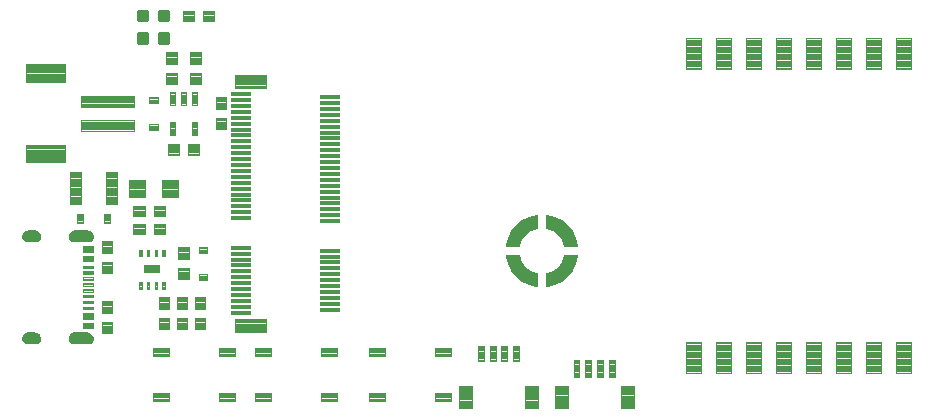
<source format=gtp>
G04 EAGLE Gerber RS-274X export*
G75*
%MOMM*%
%FSLAX34Y34*%
%LPD*%
%INSolderpaste Top*%
%IPPOS*%
%AMOC8*
5,1,8,0,0,1.08239X$1,22.5*%
G01*
%ADD10C,0.102000*%
%ADD11C,0.100000*%
%ADD12C,0.099059*%
%ADD13C,0.300000*%
%ADD14C,0.096000*%
%ADD15R,1.750000X0.300000*%
%ADD16R,1.375000X0.800000*%
%ADD17C,0.098000*%
%ADD18C,0.100800*%
%ADD19C,0.099000*%
%ADD20C,0.104000*%

G36*
X439329Y107111D02*
X439329Y107111D01*
X439374Y107112D01*
X439425Y107134D01*
X439480Y107147D01*
X439516Y107173D01*
X439556Y107191D01*
X439595Y107232D01*
X439640Y107265D01*
X439663Y107303D01*
X439693Y107335D01*
X439713Y107388D01*
X439742Y107436D01*
X439750Y107487D01*
X439763Y107521D01*
X439762Y107555D01*
X439769Y107600D01*
X439769Y118600D01*
X439759Y118653D01*
X439758Y118706D01*
X439739Y118749D01*
X439730Y118795D01*
X439699Y118839D01*
X439678Y118888D01*
X439644Y118920D01*
X439617Y118959D01*
X439572Y118988D01*
X439533Y119024D01*
X439482Y119045D01*
X439450Y119066D01*
X439418Y119071D01*
X439379Y119087D01*
X436644Y119698D01*
X434080Y120726D01*
X431716Y122153D01*
X429612Y123942D01*
X427823Y126046D01*
X426396Y128410D01*
X425368Y130974D01*
X424757Y133709D01*
X424735Y133758D01*
X424723Y133810D01*
X424695Y133848D01*
X424676Y133890D01*
X424637Y133927D01*
X424605Y133970D01*
X424565Y133994D01*
X424531Y134026D01*
X424480Y134044D01*
X424434Y134072D01*
X424380Y134081D01*
X424344Y134094D01*
X424312Y134092D01*
X424270Y134099D01*
X413270Y134099D01*
X413215Y134088D01*
X413159Y134087D01*
X413118Y134068D01*
X413075Y134060D01*
X413029Y134028D01*
X412978Y134005D01*
X412948Y133972D01*
X412911Y133947D01*
X412881Y133900D01*
X412843Y133858D01*
X412828Y133817D01*
X412804Y133780D01*
X412795Y133724D01*
X412776Y133671D01*
X412777Y133619D01*
X412771Y133583D01*
X412779Y133551D01*
X412779Y133546D01*
X412779Y133544D01*
X412779Y133543D01*
X412780Y133505D01*
X413619Y129184D01*
X413631Y129155D01*
X413639Y129113D01*
X415108Y124963D01*
X415124Y124936D01*
X415138Y124896D01*
X417204Y121009D01*
X417224Y120985D01*
X417243Y120947D01*
X419861Y117408D01*
X419885Y117387D01*
X419910Y117352D01*
X423022Y114240D01*
X423037Y114230D01*
X423045Y114219D01*
X423060Y114210D01*
X423078Y114191D01*
X426617Y111573D01*
X426645Y111560D01*
X426679Y111534D01*
X430566Y109468D01*
X430596Y109459D01*
X430633Y109438D01*
X434783Y107969D01*
X434814Y107964D01*
X434854Y107949D01*
X439175Y107110D01*
X439231Y107110D01*
X439287Y107101D01*
X439329Y107111D01*
G37*
G36*
X424323Y141111D02*
X424323Y141111D01*
X424376Y141112D01*
X424419Y141131D01*
X424465Y141140D01*
X424509Y141171D01*
X424558Y141192D01*
X424590Y141226D01*
X424629Y141253D01*
X424658Y141298D01*
X424694Y141337D01*
X424715Y141388D01*
X424736Y141420D01*
X424741Y141452D01*
X424757Y141491D01*
X425368Y144226D01*
X426396Y146790D01*
X427823Y149154D01*
X429612Y151258D01*
X431716Y153047D01*
X434080Y154474D01*
X436644Y155502D01*
X439379Y156113D01*
X439428Y156135D01*
X439480Y156147D01*
X439518Y156175D01*
X439560Y156194D01*
X439597Y156233D01*
X439640Y156265D01*
X439664Y156305D01*
X439696Y156339D01*
X439714Y156390D01*
X439742Y156436D01*
X439751Y156490D01*
X439764Y156526D01*
X439762Y156558D01*
X439769Y156600D01*
X439769Y167600D01*
X439758Y167655D01*
X439757Y167711D01*
X439738Y167752D01*
X439730Y167795D01*
X439698Y167841D01*
X439675Y167893D01*
X439642Y167922D01*
X439617Y167959D01*
X439570Y167989D01*
X439528Y168027D01*
X439487Y168042D01*
X439450Y168066D01*
X439394Y168075D01*
X439341Y168094D01*
X439289Y168093D01*
X439253Y168099D01*
X439221Y168091D01*
X439175Y168090D01*
X434854Y167251D01*
X434825Y167239D01*
X434783Y167231D01*
X430633Y165762D01*
X430606Y165746D01*
X430566Y165732D01*
X426679Y163666D01*
X426655Y163646D01*
X426617Y163627D01*
X423078Y161009D01*
X423057Y160985D01*
X423022Y160960D01*
X419910Y157848D01*
X419892Y157822D01*
X419861Y157792D01*
X417243Y154254D01*
X417230Y154225D01*
X417204Y154191D01*
X415138Y150304D01*
X415131Y150281D01*
X415122Y150267D01*
X415121Y150259D01*
X415108Y150237D01*
X413639Y146087D01*
X413634Y146056D01*
X413619Y146016D01*
X412780Y141695D01*
X412780Y141639D01*
X412771Y141583D01*
X412781Y141541D01*
X412782Y141496D01*
X412804Y141445D01*
X412817Y141390D01*
X412843Y141355D01*
X412861Y141314D01*
X412902Y141275D01*
X412935Y141230D01*
X412973Y141207D01*
X413005Y141177D01*
X413058Y141157D01*
X413106Y141128D01*
X413157Y141120D01*
X413191Y141107D01*
X413225Y141108D01*
X413270Y141101D01*
X424270Y141101D01*
X424323Y141111D01*
G37*
G36*
X473325Y141112D02*
X473325Y141112D01*
X473381Y141113D01*
X473422Y141132D01*
X473465Y141140D01*
X473511Y141172D01*
X473563Y141195D01*
X473592Y141228D01*
X473629Y141253D01*
X473659Y141300D01*
X473697Y141342D01*
X473712Y141383D01*
X473736Y141420D01*
X473745Y141476D01*
X473764Y141529D01*
X473763Y141581D01*
X473769Y141617D01*
X473761Y141649D01*
X473760Y141695D01*
X472921Y146016D01*
X472909Y146045D01*
X472901Y146087D01*
X471432Y150237D01*
X471416Y150264D01*
X471407Y150291D01*
X471405Y150297D01*
X471404Y150299D01*
X471402Y150304D01*
X469336Y154191D01*
X469316Y154215D01*
X469297Y154254D01*
X466679Y157792D01*
X466655Y157813D01*
X466630Y157848D01*
X463518Y160960D01*
X463492Y160978D01*
X463462Y161009D01*
X459924Y163627D01*
X459895Y163640D01*
X459861Y163666D01*
X455974Y165732D01*
X455944Y165741D01*
X455907Y165762D01*
X451757Y167231D01*
X451726Y167236D01*
X451686Y167251D01*
X447365Y168090D01*
X447309Y168090D01*
X447253Y168099D01*
X447211Y168089D01*
X447166Y168088D01*
X447115Y168066D01*
X447060Y168053D01*
X447025Y168027D01*
X446984Y168009D01*
X446945Y167968D01*
X446900Y167935D01*
X446877Y167897D01*
X446847Y167865D01*
X446827Y167812D01*
X446798Y167764D01*
X446790Y167713D01*
X446777Y167679D01*
X446778Y167645D01*
X446771Y167600D01*
X446771Y156600D01*
X446781Y156547D01*
X446782Y156494D01*
X446801Y156451D01*
X446810Y156405D01*
X446841Y156361D01*
X446862Y156312D01*
X446896Y156280D01*
X446923Y156241D01*
X446968Y156212D01*
X447007Y156176D01*
X447058Y156155D01*
X447090Y156134D01*
X447122Y156129D01*
X447161Y156113D01*
X449896Y155502D01*
X452460Y154474D01*
X454824Y153047D01*
X456928Y151258D01*
X458717Y149154D01*
X460144Y146790D01*
X461172Y144226D01*
X461783Y141491D01*
X461805Y141442D01*
X461817Y141390D01*
X461845Y141352D01*
X461864Y141310D01*
X461903Y141273D01*
X461935Y141230D01*
X461975Y141206D01*
X462009Y141174D01*
X462060Y141156D01*
X462106Y141128D01*
X462160Y141119D01*
X462196Y141106D01*
X462228Y141108D01*
X462270Y141101D01*
X473270Y141101D01*
X473325Y141112D01*
G37*
G36*
X447319Y107109D02*
X447319Y107109D01*
X447365Y107110D01*
X451686Y107949D01*
X451715Y107961D01*
X451757Y107969D01*
X455907Y109438D01*
X455934Y109454D01*
X455974Y109468D01*
X459861Y111534D01*
X459885Y111554D01*
X459924Y111573D01*
X463462Y114191D01*
X463483Y114215D01*
X463518Y114240D01*
X466630Y117352D01*
X466648Y117379D01*
X466679Y117408D01*
X469297Y120947D01*
X469310Y120975D01*
X469336Y121009D01*
X471402Y124896D01*
X471411Y124926D01*
X471432Y124963D01*
X472901Y129113D01*
X472906Y129144D01*
X472921Y129184D01*
X473760Y133505D01*
X473760Y133561D01*
X473769Y133617D01*
X473759Y133659D01*
X473758Y133704D01*
X473736Y133755D01*
X473723Y133810D01*
X473697Y133846D01*
X473679Y133886D01*
X473638Y133925D01*
X473605Y133970D01*
X473567Y133993D01*
X473535Y134023D01*
X473482Y134043D01*
X473434Y134072D01*
X473383Y134080D01*
X473349Y134093D01*
X473315Y134092D01*
X473270Y134099D01*
X462270Y134099D01*
X462217Y134089D01*
X462164Y134088D01*
X462121Y134069D01*
X462075Y134060D01*
X462031Y134029D01*
X461982Y134008D01*
X461950Y133974D01*
X461911Y133947D01*
X461882Y133902D01*
X461846Y133863D01*
X461825Y133812D01*
X461804Y133780D01*
X461799Y133748D01*
X461796Y133742D01*
X461795Y133741D01*
X461795Y133740D01*
X461783Y133709D01*
X461172Y130974D01*
X460144Y128410D01*
X458717Y126046D01*
X456928Y123942D01*
X454824Y122153D01*
X452460Y120726D01*
X449896Y119698D01*
X447161Y119087D01*
X447112Y119065D01*
X447060Y119053D01*
X447022Y119025D01*
X446980Y119006D01*
X446943Y118967D01*
X446900Y118935D01*
X446876Y118895D01*
X446844Y118861D01*
X446826Y118810D01*
X446798Y118764D01*
X446789Y118710D01*
X446776Y118674D01*
X446778Y118642D01*
X446771Y118600D01*
X446771Y107600D01*
X446782Y107545D01*
X446783Y107489D01*
X446802Y107448D01*
X446810Y107405D01*
X446842Y107359D01*
X446865Y107308D01*
X446898Y107278D01*
X446923Y107241D01*
X446970Y107211D01*
X447012Y107173D01*
X447053Y107158D01*
X447090Y107134D01*
X447146Y107125D01*
X447199Y107106D01*
X447251Y107107D01*
X447287Y107101D01*
X447319Y107109D01*
G37*
G36*
X59035Y58434D02*
X59035Y58434D01*
X59038Y58431D01*
X60133Y58611D01*
X60139Y58617D01*
X60144Y58614D01*
X61172Y59033D01*
X61176Y59040D01*
X61181Y59038D01*
X62090Y59676D01*
X62093Y59683D01*
X62098Y59683D01*
X62842Y60506D01*
X62843Y60514D01*
X62849Y60515D01*
X63391Y61483D01*
X63390Y61492D01*
X63396Y61494D01*
X63709Y62558D01*
X63706Y62566D01*
X63711Y62569D01*
X63779Y63677D01*
X63775Y63684D01*
X63779Y63687D01*
X63609Y64795D01*
X63603Y64801D01*
X63606Y64806D01*
X63194Y65848D01*
X63187Y65852D01*
X63189Y65857D01*
X62555Y66782D01*
X62547Y66784D01*
X62548Y66790D01*
X61725Y67550D01*
X61716Y67551D01*
X61716Y67557D01*
X60744Y68114D01*
X60736Y68113D01*
X60734Y68119D01*
X59662Y68446D01*
X59654Y68443D01*
X59651Y68448D01*
X58534Y68529D01*
X58531Y68528D01*
X58530Y68529D01*
X46530Y68529D01*
X46527Y68527D01*
X46520Y68527D01*
X46519Y68528D01*
X45575Y68309D01*
X45569Y68303D01*
X45564Y68305D01*
X44692Y67882D01*
X44689Y67874D01*
X44683Y67876D01*
X43927Y67269D01*
X43925Y67261D01*
X43919Y67261D01*
X43318Y66501D01*
X43318Y66492D01*
X43312Y66491D01*
X42894Y65616D01*
X42896Y65608D01*
X42891Y65606D01*
X42679Y64660D01*
X42682Y64653D01*
X42677Y64649D01*
X42681Y63680D01*
X42681Y63679D01*
X42700Y62611D01*
X42705Y62604D01*
X42701Y62600D01*
X42957Y61563D01*
X42964Y61558D01*
X42961Y61552D01*
X43442Y60598D01*
X43449Y60595D01*
X43448Y60589D01*
X44129Y59766D01*
X44137Y59764D01*
X44137Y59758D01*
X44984Y59107D01*
X44992Y59107D01*
X44993Y59101D01*
X45964Y58654D01*
X45972Y58656D01*
X45974Y58651D01*
X47020Y58432D01*
X47027Y58435D01*
X47030Y58431D01*
X59030Y58431D01*
X59035Y58434D01*
G37*
G36*
X59035Y144835D02*
X59035Y144835D01*
X59038Y144831D01*
X60144Y145024D01*
X60149Y145029D01*
X60149Y145030D01*
X60154Y145027D01*
X61189Y145460D01*
X61193Y145467D01*
X61198Y145465D01*
X62111Y146118D01*
X62113Y146126D01*
X62119Y146125D01*
X62863Y146964D01*
X62864Y146973D01*
X62869Y146973D01*
X63408Y147957D01*
X63407Y147965D01*
X63408Y147966D01*
X63412Y147967D01*
X63413Y147969D01*
X63595Y148610D01*
X63719Y149046D01*
X63717Y149051D01*
X63719Y149053D01*
X63717Y149055D01*
X63721Y149057D01*
X63779Y150177D01*
X63776Y150182D01*
X63779Y150186D01*
X63661Y151231D01*
X63655Y151237D01*
X63659Y151242D01*
X63311Y152236D01*
X63304Y152240D01*
X63306Y152245D01*
X62746Y153137D01*
X62739Y153140D01*
X62739Y153145D01*
X61995Y153889D01*
X61987Y153891D01*
X61987Y153896D01*
X61095Y154456D01*
X61087Y154456D01*
X61086Y154461D01*
X60092Y154809D01*
X60084Y154806D01*
X60081Y154811D01*
X59036Y154929D01*
X59032Y154927D01*
X59030Y154929D01*
X47030Y154929D01*
X47027Y154927D01*
X47024Y154927D01*
X47022Y154929D01*
X46026Y154771D01*
X46020Y154765D01*
X46015Y154768D01*
X45079Y154393D01*
X45075Y154386D01*
X45069Y154388D01*
X44240Y153814D01*
X44237Y153806D01*
X44232Y153807D01*
X43551Y153063D01*
X43550Y153054D01*
X43544Y153054D01*
X43046Y152177D01*
X43047Y152169D01*
X43042Y152166D01*
X42854Y151542D01*
X42751Y151201D01*
X42752Y151198D01*
X42751Y151197D01*
X42754Y151193D01*
X42749Y151190D01*
X42681Y150183D01*
X42682Y150181D01*
X42681Y150180D01*
X42690Y149099D01*
X42695Y149092D01*
X42691Y149088D01*
X42941Y148036D01*
X42947Y148031D01*
X42944Y148026D01*
X43421Y147056D01*
X43429Y147053D01*
X43427Y147047D01*
X44108Y146208D01*
X44116Y146206D01*
X44116Y146200D01*
X44967Y145534D01*
X44975Y145533D01*
X44976Y145528D01*
X45953Y145067D01*
X45961Y145069D01*
X45964Y145064D01*
X47019Y144832D01*
X47027Y144835D01*
X47030Y144831D01*
X59030Y144831D01*
X59035Y144835D01*
G37*
G36*
X14234Y58434D02*
X14234Y58434D01*
X14236Y58431D01*
X15369Y58581D01*
X15375Y58587D01*
X15380Y58584D01*
X16450Y58982D01*
X16454Y58989D01*
X16460Y58987D01*
X17415Y59614D01*
X17418Y59622D01*
X17423Y59621D01*
X18215Y60444D01*
X18216Y60452D01*
X18222Y60453D01*
X18811Y61432D01*
X18810Y61440D01*
X18815Y61442D01*
X19171Y62527D01*
X19169Y62535D01*
X19173Y62538D01*
X19279Y63675D01*
X19274Y63684D01*
X19278Y63689D01*
X19071Y64826D01*
X19065Y64832D01*
X19068Y64837D01*
X18613Y65899D01*
X18606Y65903D01*
X18608Y65909D01*
X17928Y66844D01*
X17920Y66846D01*
X17921Y66852D01*
X17050Y67612D01*
X17042Y67612D01*
X17041Y67618D01*
X16022Y68165D01*
X16014Y68164D01*
X16012Y68169D01*
X14898Y68476D01*
X14890Y68473D01*
X14887Y68478D01*
X13732Y68529D01*
X13731Y68528D01*
X13730Y68529D01*
X7730Y68529D01*
X7727Y68527D01*
X7722Y68527D01*
X7721Y68528D01*
X6640Y68316D01*
X6635Y68310D01*
X6630Y68313D01*
X5624Y67866D01*
X5620Y67859D01*
X5614Y67861D01*
X4733Y67201D01*
X4730Y67193D01*
X4725Y67193D01*
X4012Y66354D01*
X4012Y66346D01*
X4006Y66345D01*
X3498Y65368D01*
X3499Y65360D01*
X3494Y65358D01*
X3216Y64293D01*
X3219Y64285D01*
X3215Y64282D01*
X3181Y63182D01*
X3185Y63176D01*
X3181Y63173D01*
X3336Y62098D01*
X3342Y62092D01*
X3339Y62087D01*
X3729Y61073D01*
X3736Y61069D01*
X3735Y61063D01*
X4341Y60161D01*
X4349Y60159D01*
X4348Y60153D01*
X5140Y59409D01*
X5148Y59408D01*
X5148Y59402D01*
X6086Y58853D01*
X6094Y58854D01*
X6096Y58848D01*
X7132Y58521D01*
X7140Y58524D01*
X7143Y58519D01*
X8226Y58431D01*
X8229Y58433D01*
X8230Y58431D01*
X14230Y58431D01*
X14234Y58434D01*
G37*
G36*
X14233Y144833D02*
X14233Y144833D01*
X14235Y144831D01*
X15327Y144932D01*
X15333Y144937D01*
X15338Y144934D01*
X16381Y145275D01*
X16386Y145282D01*
X16391Y145280D01*
X17332Y145844D01*
X17335Y145852D01*
X17341Y145851D01*
X18133Y146611D01*
X18134Y146619D01*
X18140Y146620D01*
X18743Y147537D01*
X18742Y147545D01*
X18748Y147547D01*
X19131Y148575D01*
X19129Y148583D01*
X19134Y148586D01*
X19279Y149674D01*
X19275Y149681D01*
X19279Y149685D01*
X19173Y150822D01*
X19168Y150828D01*
X19171Y150833D01*
X18815Y151918D01*
X18808Y151923D01*
X18811Y151928D01*
X18222Y152907D01*
X18214Y152910D01*
X18215Y152916D01*
X17423Y153739D01*
X17415Y153740D01*
X17415Y153746D01*
X16460Y154373D01*
X16452Y154372D01*
X16450Y154378D01*
X15380Y154776D01*
X15372Y154774D01*
X15369Y154779D01*
X14236Y154929D01*
X14233Y154927D01*
X14232Y154927D01*
X14230Y154929D01*
X8230Y154929D01*
X8227Y154927D01*
X8225Y154927D01*
X8224Y154929D01*
X7091Y154779D01*
X7085Y154773D01*
X7080Y154776D01*
X6010Y154378D01*
X6006Y154371D01*
X6000Y154373D01*
X5045Y153746D01*
X5042Y153738D01*
X5037Y153739D01*
X4245Y152916D01*
X4244Y152908D01*
X4238Y152907D01*
X3649Y151928D01*
X3650Y151920D01*
X3645Y151918D01*
X3289Y150833D01*
X3292Y150825D01*
X3287Y150822D01*
X3181Y149685D01*
X3185Y149678D01*
X3181Y149674D01*
X3326Y148586D01*
X3332Y148580D01*
X3329Y148575D01*
X3713Y147547D01*
X3719Y147542D01*
X3718Y147537D01*
X4320Y146620D01*
X4328Y146617D01*
X4327Y146611D01*
X5119Y145851D01*
X5127Y145850D01*
X5128Y145844D01*
X6069Y145280D01*
X6077Y145281D01*
X6079Y145275D01*
X7122Y144934D01*
X7130Y144936D01*
X7133Y144932D01*
X8226Y144831D01*
X8228Y144833D01*
X8230Y144831D01*
X14230Y144831D01*
X14233Y144833D01*
G37*
D10*
X54340Y98190D02*
X54340Y100170D01*
X63320Y100170D01*
X63320Y98190D01*
X54340Y98190D01*
X54340Y99159D02*
X63320Y99159D01*
X63320Y100128D02*
X54340Y100128D01*
X54340Y103190D02*
X54340Y105170D01*
X63320Y105170D01*
X63320Y103190D01*
X54340Y103190D01*
X54340Y104159D02*
X63320Y104159D01*
X63320Y105128D02*
X54340Y105128D01*
X54340Y76920D02*
X54340Y71940D01*
X54340Y76920D02*
X63320Y76920D01*
X63320Y71940D01*
X54340Y71940D01*
X54340Y72909D02*
X63320Y72909D01*
X63320Y73878D02*
X54340Y73878D01*
X54340Y74847D02*
X63320Y74847D01*
X63320Y75816D02*
X54340Y75816D01*
X54340Y76785D02*
X63320Y76785D01*
X54340Y79690D02*
X54340Y84670D01*
X63320Y84670D01*
X63320Y79690D01*
X54340Y79690D01*
X54340Y80659D02*
X63320Y80659D01*
X63320Y81628D02*
X54340Y81628D01*
X54340Y82597D02*
X63320Y82597D01*
X63320Y83566D02*
X54340Y83566D01*
X54340Y84535D02*
X63320Y84535D01*
X54340Y88190D02*
X54340Y90170D01*
X63320Y90170D01*
X63320Y88190D01*
X54340Y88190D01*
X54340Y89159D02*
X63320Y89159D01*
X63320Y90128D02*
X54340Y90128D01*
X54340Y93190D02*
X54340Y95170D01*
X63320Y95170D01*
X63320Y93190D01*
X54340Y93190D01*
X54340Y94159D02*
X63320Y94159D01*
X63320Y95128D02*
X54340Y95128D01*
X63320Y113190D02*
X63320Y115170D01*
X63320Y113190D02*
X54340Y113190D01*
X54340Y115170D01*
X63320Y115170D01*
X63320Y114159D02*
X54340Y114159D01*
X54340Y115128D02*
X63320Y115128D01*
X63320Y110170D02*
X63320Y108190D01*
X54340Y108190D01*
X54340Y110170D01*
X63320Y110170D01*
X63320Y109159D02*
X54340Y109159D01*
X54340Y110128D02*
X63320Y110128D01*
X63320Y136440D02*
X63320Y141420D01*
X63320Y136440D02*
X54340Y136440D01*
X54340Y141420D01*
X63320Y141420D01*
X63320Y137409D02*
X54340Y137409D01*
X54340Y138378D02*
X63320Y138378D01*
X63320Y139347D02*
X54340Y139347D01*
X54340Y140316D02*
X63320Y140316D01*
X63320Y141285D02*
X54340Y141285D01*
X63320Y133670D02*
X63320Y128690D01*
X54340Y128690D01*
X54340Y133670D01*
X63320Y133670D01*
X63320Y129659D02*
X54340Y129659D01*
X54340Y130628D02*
X63320Y130628D01*
X63320Y131597D02*
X54340Y131597D01*
X54340Y132566D02*
X63320Y132566D01*
X63320Y133535D02*
X54340Y133535D01*
X63320Y125170D02*
X63320Y123190D01*
X54340Y123190D01*
X54340Y125170D01*
X63320Y125170D01*
X63320Y124159D02*
X54340Y124159D01*
X54340Y125128D02*
X63320Y125128D01*
X63320Y120170D02*
X63320Y118190D01*
X54340Y118190D01*
X54340Y120170D01*
X63320Y120170D01*
X63320Y119159D02*
X54340Y119159D01*
X54340Y120128D02*
X63320Y120128D01*
D11*
X70430Y135580D02*
X70430Y145580D01*
X79430Y145580D01*
X79430Y135580D01*
X70430Y135580D01*
X70430Y136530D02*
X79430Y136530D01*
X79430Y137480D02*
X70430Y137480D01*
X70430Y138430D02*
X79430Y138430D01*
X79430Y139380D02*
X70430Y139380D01*
X70430Y140330D02*
X79430Y140330D01*
X79430Y141280D02*
X70430Y141280D01*
X70430Y142230D02*
X79430Y142230D01*
X79430Y143180D02*
X70430Y143180D01*
X70430Y144130D02*
X79430Y144130D01*
X79430Y145080D02*
X70430Y145080D01*
X70430Y128580D02*
X70430Y118580D01*
X70430Y128580D02*
X79430Y128580D01*
X79430Y118580D01*
X70430Y118580D01*
X70430Y119530D02*
X79430Y119530D01*
X79430Y120480D02*
X70430Y120480D01*
X70430Y121430D02*
X79430Y121430D01*
X79430Y122380D02*
X70430Y122380D01*
X70430Y123330D02*
X79430Y123330D01*
X79430Y124280D02*
X70430Y124280D01*
X70430Y125230D02*
X79430Y125230D01*
X79430Y126180D02*
X70430Y126180D01*
X70430Y127130D02*
X79430Y127130D01*
X79430Y128080D02*
X70430Y128080D01*
X79430Y77780D02*
X79430Y67780D01*
X70430Y67780D01*
X70430Y77780D01*
X79430Y77780D01*
X79430Y68730D02*
X70430Y68730D01*
X70430Y69680D02*
X79430Y69680D01*
X79430Y70630D02*
X70430Y70630D01*
X70430Y71580D02*
X79430Y71580D01*
X79430Y72530D02*
X70430Y72530D01*
X70430Y73480D02*
X79430Y73480D01*
X79430Y74430D02*
X70430Y74430D01*
X70430Y75380D02*
X79430Y75380D01*
X79430Y76330D02*
X70430Y76330D01*
X70430Y77280D02*
X79430Y77280D01*
X79430Y84780D02*
X79430Y94780D01*
X79430Y84780D02*
X70430Y84780D01*
X70430Y94780D01*
X79430Y94780D01*
X79430Y85730D02*
X70430Y85730D01*
X70430Y86680D02*
X79430Y86680D01*
X79430Y87630D02*
X70430Y87630D01*
X70430Y88580D02*
X79430Y88580D01*
X79430Y89530D02*
X70430Y89530D01*
X70430Y90480D02*
X79430Y90480D01*
X79430Y91430D02*
X70430Y91430D01*
X70430Y92380D02*
X79430Y92380D01*
X79430Y93330D02*
X70430Y93330D01*
X70430Y94280D02*
X79430Y94280D01*
D12*
X169405Y17285D02*
X169405Y10655D01*
X169405Y17285D02*
X183655Y17285D01*
X183655Y10655D01*
X169405Y10655D01*
X169405Y11596D02*
X183655Y11596D01*
X183655Y12537D02*
X169405Y12537D01*
X169405Y13478D02*
X183655Y13478D01*
X183655Y14419D02*
X169405Y14419D01*
X169405Y15360D02*
X183655Y15360D01*
X183655Y16301D02*
X169405Y16301D01*
X169405Y17242D02*
X183655Y17242D01*
X113525Y17285D02*
X113525Y10655D01*
X113525Y17285D02*
X127775Y17285D01*
X127775Y10655D01*
X113525Y10655D01*
X113525Y11596D02*
X127775Y11596D01*
X127775Y12537D02*
X113525Y12537D01*
X113525Y13478D02*
X127775Y13478D01*
X127775Y14419D02*
X113525Y14419D01*
X113525Y15360D02*
X127775Y15360D01*
X127775Y16301D02*
X113525Y16301D01*
X113525Y17242D02*
X127775Y17242D01*
X169405Y48755D02*
X169405Y55385D01*
X183655Y55385D01*
X183655Y48755D01*
X169405Y48755D01*
X169405Y49696D02*
X183655Y49696D01*
X183655Y50637D02*
X169405Y50637D01*
X169405Y51578D02*
X183655Y51578D01*
X183655Y52519D02*
X169405Y52519D01*
X169405Y53460D02*
X183655Y53460D01*
X183655Y54401D02*
X169405Y54401D01*
X169405Y55342D02*
X183655Y55342D01*
X113525Y55385D02*
X113525Y48755D01*
X113525Y55385D02*
X127775Y55385D01*
X127775Y48755D01*
X113525Y48755D01*
X113525Y49696D02*
X127775Y49696D01*
X127775Y50637D02*
X113525Y50637D01*
X113525Y51578D02*
X127775Y51578D01*
X127775Y52519D02*
X113525Y52519D01*
X113525Y53460D02*
X127775Y53460D01*
X127775Y54401D02*
X113525Y54401D01*
X113525Y55342D02*
X127775Y55342D01*
X255765Y17285D02*
X255765Y10655D01*
X255765Y17285D02*
X270015Y17285D01*
X270015Y10655D01*
X255765Y10655D01*
X255765Y11596D02*
X270015Y11596D01*
X270015Y12537D02*
X255765Y12537D01*
X255765Y13478D02*
X270015Y13478D01*
X270015Y14419D02*
X255765Y14419D01*
X255765Y15360D02*
X270015Y15360D01*
X270015Y16301D02*
X255765Y16301D01*
X255765Y17242D02*
X270015Y17242D01*
X199885Y17285D02*
X199885Y10655D01*
X199885Y17285D02*
X214135Y17285D01*
X214135Y10655D01*
X199885Y10655D01*
X199885Y11596D02*
X214135Y11596D01*
X214135Y12537D02*
X199885Y12537D01*
X199885Y13478D02*
X214135Y13478D01*
X214135Y14419D02*
X199885Y14419D01*
X199885Y15360D02*
X214135Y15360D01*
X214135Y16301D02*
X199885Y16301D01*
X199885Y17242D02*
X214135Y17242D01*
X255765Y48755D02*
X255765Y55385D01*
X270015Y55385D01*
X270015Y48755D01*
X255765Y48755D01*
X255765Y49696D02*
X270015Y49696D01*
X270015Y50637D02*
X255765Y50637D01*
X255765Y51578D02*
X270015Y51578D01*
X270015Y52519D02*
X255765Y52519D01*
X255765Y53460D02*
X270015Y53460D01*
X270015Y54401D02*
X255765Y54401D01*
X255765Y55342D02*
X270015Y55342D01*
X199885Y55385D02*
X199885Y48755D01*
X199885Y55385D02*
X214135Y55385D01*
X214135Y48755D01*
X199885Y48755D01*
X199885Y49696D02*
X214135Y49696D01*
X214135Y50637D02*
X199885Y50637D01*
X199885Y51578D02*
X214135Y51578D01*
X214135Y52519D02*
X199885Y52519D01*
X199885Y53460D02*
X214135Y53460D01*
X214135Y54401D02*
X199885Y54401D01*
X199885Y55342D02*
X214135Y55342D01*
D11*
X148900Y332050D02*
X138900Y332050D01*
X138900Y341050D01*
X148900Y341050D01*
X148900Y332050D01*
X148900Y333000D02*
X138900Y333000D01*
X138900Y333950D02*
X148900Y333950D01*
X148900Y334900D02*
X138900Y334900D01*
X138900Y335850D02*
X148900Y335850D01*
X148900Y336800D02*
X138900Y336800D01*
X138900Y337750D02*
X148900Y337750D01*
X148900Y338700D02*
X138900Y338700D01*
X138900Y339650D02*
X148900Y339650D01*
X148900Y340600D02*
X138900Y340600D01*
X155900Y332050D02*
X165900Y332050D01*
X155900Y332050D02*
X155900Y341050D01*
X165900Y341050D01*
X165900Y332050D01*
X165900Y333000D02*
X155900Y333000D01*
X155900Y333950D02*
X165900Y333950D01*
X165900Y334900D02*
X155900Y334900D01*
X155900Y335850D02*
X165900Y335850D01*
X165900Y336800D02*
X155900Y336800D01*
X155900Y337750D02*
X165900Y337750D01*
X165900Y338700D02*
X155900Y338700D01*
X155900Y339650D02*
X165900Y339650D01*
X165900Y340600D02*
X155900Y340600D01*
D13*
X109030Y340050D02*
X109030Y333050D01*
X102030Y333050D01*
X102030Y340050D01*
X109030Y340050D01*
X109030Y335900D02*
X102030Y335900D01*
X102030Y338750D02*
X109030Y338750D01*
X126570Y340050D02*
X126570Y333050D01*
X119570Y333050D01*
X119570Y340050D01*
X126570Y340050D01*
X126570Y335900D02*
X119570Y335900D01*
X119570Y338750D02*
X126570Y338750D01*
D14*
X209570Y79820D02*
X209570Y68780D01*
X183030Y68780D01*
X183030Y79820D01*
X209570Y79820D01*
X209570Y69692D02*
X183030Y69692D01*
X183030Y70604D02*
X209570Y70604D01*
X209570Y71516D02*
X183030Y71516D01*
X183030Y72428D02*
X209570Y72428D01*
X209570Y73340D02*
X183030Y73340D01*
X183030Y74252D02*
X209570Y74252D01*
X209570Y75164D02*
X183030Y75164D01*
X183030Y76076D02*
X209570Y76076D01*
X209570Y76988D02*
X183030Y76988D01*
X183030Y77900D02*
X209570Y77900D01*
X209570Y78812D02*
X183030Y78812D01*
X183030Y79724D02*
X209570Y79724D01*
X209570Y275780D02*
X209570Y286820D01*
X209570Y275780D02*
X183030Y275780D01*
X183030Y286820D01*
X209570Y286820D01*
X209570Y276692D02*
X183030Y276692D01*
X183030Y277604D02*
X209570Y277604D01*
X209570Y278516D02*
X183030Y278516D01*
X183030Y279428D02*
X209570Y279428D01*
X209570Y280340D02*
X183030Y280340D01*
X183030Y281252D02*
X209570Y281252D01*
X209570Y282164D02*
X183030Y282164D01*
X183030Y283076D02*
X209570Y283076D01*
X209570Y283988D02*
X183030Y283988D01*
X183030Y284900D02*
X209570Y284900D01*
X209570Y285812D02*
X183030Y285812D01*
X183030Y286724D02*
X209570Y286724D01*
D15*
X264050Y267800D03*
X264050Y257800D03*
X264050Y252800D03*
X264050Y262800D03*
X264050Y247800D03*
X264050Y237800D03*
X264050Y232800D03*
X264050Y242800D03*
X264050Y227800D03*
X264050Y217800D03*
X264050Y212800D03*
X264050Y222800D03*
X264050Y207800D03*
X264050Y197800D03*
X264050Y192800D03*
X264050Y202800D03*
X264050Y187800D03*
X264050Y177800D03*
X264050Y172800D03*
X264050Y182800D03*
X264050Y167800D03*
X264050Y162800D03*
X264050Y137800D03*
X264050Y132800D03*
X264050Y127800D03*
X264050Y117800D03*
X264050Y112800D03*
X264050Y122800D03*
X264050Y107800D03*
X264050Y97800D03*
X264050Y92800D03*
X264050Y102800D03*
X264050Y87800D03*
X188550Y270300D03*
X188550Y260300D03*
X188550Y255300D03*
X188550Y265300D03*
X188550Y250300D03*
X188550Y240300D03*
X188550Y235300D03*
X188550Y245300D03*
X188550Y230300D03*
X188550Y220300D03*
X188550Y215300D03*
X188550Y225300D03*
X188550Y210300D03*
X188550Y200300D03*
X188550Y195300D03*
X188550Y205300D03*
X188550Y190300D03*
X188550Y180300D03*
X188550Y175300D03*
X188550Y185300D03*
X188550Y170300D03*
X188550Y165300D03*
X188550Y140300D03*
X188550Y135300D03*
X188550Y130300D03*
X188550Y120300D03*
X188550Y115300D03*
X188550Y125300D03*
X188550Y110300D03*
X188550Y100300D03*
X188550Y95300D03*
X188550Y105300D03*
X188550Y90300D03*
X188550Y85300D03*
D14*
X372880Y4530D02*
X383920Y4530D01*
X372880Y4530D02*
X372880Y23570D01*
X383920Y23570D01*
X383920Y4530D01*
X383920Y5442D02*
X372880Y5442D01*
X372880Y6354D02*
X383920Y6354D01*
X383920Y7266D02*
X372880Y7266D01*
X372880Y8178D02*
X383920Y8178D01*
X383920Y9090D02*
X372880Y9090D01*
X372880Y10002D02*
X383920Y10002D01*
X383920Y10914D02*
X372880Y10914D01*
X372880Y11826D02*
X383920Y11826D01*
X383920Y12738D02*
X372880Y12738D01*
X372880Y13650D02*
X383920Y13650D01*
X383920Y14562D02*
X372880Y14562D01*
X372880Y15474D02*
X383920Y15474D01*
X383920Y16386D02*
X372880Y16386D01*
X372880Y17298D02*
X383920Y17298D01*
X383920Y18210D02*
X372880Y18210D01*
X372880Y19122D02*
X383920Y19122D01*
X383920Y20034D02*
X372880Y20034D01*
X372880Y20946D02*
X383920Y20946D01*
X383920Y21858D02*
X372880Y21858D01*
X372880Y22770D02*
X383920Y22770D01*
X428880Y4530D02*
X439920Y4530D01*
X428880Y4530D02*
X428880Y23570D01*
X439920Y23570D01*
X439920Y4530D01*
X439920Y5442D02*
X428880Y5442D01*
X428880Y6354D02*
X439920Y6354D01*
X439920Y7266D02*
X428880Y7266D01*
X428880Y8178D02*
X439920Y8178D01*
X439920Y9090D02*
X428880Y9090D01*
X428880Y10002D02*
X439920Y10002D01*
X439920Y10914D02*
X428880Y10914D01*
X428880Y11826D02*
X439920Y11826D01*
X439920Y12738D02*
X428880Y12738D01*
X428880Y13650D02*
X439920Y13650D01*
X439920Y14562D02*
X428880Y14562D01*
X428880Y15474D02*
X439920Y15474D01*
X439920Y16386D02*
X428880Y16386D01*
X428880Y17298D02*
X439920Y17298D01*
X439920Y18210D02*
X428880Y18210D01*
X428880Y19122D02*
X439920Y19122D01*
X439920Y20034D02*
X428880Y20034D01*
X428880Y20946D02*
X439920Y20946D01*
X439920Y21858D02*
X428880Y21858D01*
X428880Y22770D02*
X439920Y22770D01*
D10*
X393890Y44560D02*
X388910Y44560D01*
X388910Y57040D01*
X393890Y57040D01*
X393890Y44560D01*
X393890Y45529D02*
X388910Y45529D01*
X388910Y46498D02*
X393890Y46498D01*
X393890Y47467D02*
X388910Y47467D01*
X388910Y48436D02*
X393890Y48436D01*
X393890Y49405D02*
X388910Y49405D01*
X388910Y50374D02*
X393890Y50374D01*
X393890Y51343D02*
X388910Y51343D01*
X388910Y52312D02*
X393890Y52312D01*
X393890Y53281D02*
X388910Y53281D01*
X388910Y54250D02*
X393890Y54250D01*
X393890Y55219D02*
X388910Y55219D01*
X388910Y56188D02*
X393890Y56188D01*
X398910Y44560D02*
X403890Y44560D01*
X398910Y44560D02*
X398910Y57040D01*
X403890Y57040D01*
X403890Y44560D01*
X403890Y45529D02*
X398910Y45529D01*
X398910Y46498D02*
X403890Y46498D01*
X403890Y47467D02*
X398910Y47467D01*
X398910Y48436D02*
X403890Y48436D01*
X403890Y49405D02*
X398910Y49405D01*
X398910Y50374D02*
X403890Y50374D01*
X403890Y51343D02*
X398910Y51343D01*
X398910Y52312D02*
X403890Y52312D01*
X403890Y53281D02*
X398910Y53281D01*
X398910Y54250D02*
X403890Y54250D01*
X403890Y55219D02*
X398910Y55219D01*
X398910Y56188D02*
X403890Y56188D01*
X408910Y44560D02*
X413890Y44560D01*
X408910Y44560D02*
X408910Y57040D01*
X413890Y57040D01*
X413890Y44560D01*
X413890Y45529D02*
X408910Y45529D01*
X408910Y46498D02*
X413890Y46498D01*
X413890Y47467D02*
X408910Y47467D01*
X408910Y48436D02*
X413890Y48436D01*
X413890Y49405D02*
X408910Y49405D01*
X408910Y50374D02*
X413890Y50374D01*
X413890Y51343D02*
X408910Y51343D01*
X408910Y52312D02*
X413890Y52312D01*
X413890Y53281D02*
X408910Y53281D01*
X408910Y54250D02*
X413890Y54250D01*
X413890Y55219D02*
X408910Y55219D01*
X408910Y56188D02*
X413890Y56188D01*
X418910Y44560D02*
X423890Y44560D01*
X418910Y44560D02*
X418910Y57040D01*
X423890Y57040D01*
X423890Y44560D01*
X423890Y45529D02*
X418910Y45529D01*
X418910Y46498D02*
X423890Y46498D01*
X423890Y47467D02*
X418910Y47467D01*
X418910Y48436D02*
X423890Y48436D01*
X423890Y49405D02*
X418910Y49405D01*
X418910Y50374D02*
X423890Y50374D01*
X423890Y51343D02*
X418910Y51343D01*
X418910Y52312D02*
X423890Y52312D01*
X423890Y53281D02*
X418910Y53281D01*
X418910Y54250D02*
X423890Y54250D01*
X423890Y55219D02*
X418910Y55219D01*
X418910Y56188D02*
X423890Y56188D01*
D11*
X97600Y239500D02*
X97600Y248500D01*
X97600Y239500D02*
X52600Y239500D01*
X52600Y248500D01*
X97600Y248500D01*
X97600Y240450D02*
X52600Y240450D01*
X52600Y241400D02*
X97600Y241400D01*
X97600Y242350D02*
X52600Y242350D01*
X52600Y243300D02*
X97600Y243300D01*
X97600Y244250D02*
X52600Y244250D01*
X52600Y245200D02*
X97600Y245200D01*
X97600Y246150D02*
X52600Y246150D01*
X52600Y247100D02*
X97600Y247100D01*
X97600Y248050D02*
X52600Y248050D01*
X97600Y259500D02*
X97600Y268500D01*
X97600Y259500D02*
X52600Y259500D01*
X52600Y268500D01*
X97600Y268500D01*
X97600Y260450D02*
X52600Y260450D01*
X52600Y261400D02*
X97600Y261400D01*
X97600Y262350D02*
X52600Y262350D01*
X52600Y263300D02*
X97600Y263300D01*
X97600Y264250D02*
X52600Y264250D01*
X52600Y265200D02*
X97600Y265200D01*
X97600Y266150D02*
X52600Y266150D01*
X52600Y267100D02*
X97600Y267100D01*
X97600Y268050D02*
X52600Y268050D01*
D14*
X39620Y227520D02*
X6580Y227520D01*
X39620Y227520D02*
X39620Y212480D01*
X6580Y212480D01*
X6580Y227520D01*
X6580Y213392D02*
X39620Y213392D01*
X39620Y214304D02*
X6580Y214304D01*
X6580Y215216D02*
X39620Y215216D01*
X39620Y216128D02*
X6580Y216128D01*
X6580Y217040D02*
X39620Y217040D01*
X39620Y217952D02*
X6580Y217952D01*
X6580Y218864D02*
X39620Y218864D01*
X39620Y219776D02*
X6580Y219776D01*
X6580Y220688D02*
X39620Y220688D01*
X39620Y221600D02*
X6580Y221600D01*
X6580Y222512D02*
X39620Y222512D01*
X39620Y223424D02*
X6580Y223424D01*
X6580Y224336D02*
X39620Y224336D01*
X39620Y225248D02*
X6580Y225248D01*
X6580Y226160D02*
X39620Y226160D01*
X39620Y227072D02*
X6580Y227072D01*
X6580Y295520D02*
X39620Y295520D01*
X39620Y280480D01*
X6580Y280480D01*
X6580Y295520D01*
X6580Y281392D02*
X39620Y281392D01*
X39620Y282304D02*
X6580Y282304D01*
X6580Y283216D02*
X39620Y283216D01*
X39620Y284128D02*
X6580Y284128D01*
X6580Y285040D02*
X39620Y285040D01*
X39620Y285952D02*
X6580Y285952D01*
X6580Y286864D02*
X39620Y286864D01*
X39620Y287776D02*
X6580Y287776D01*
X6580Y288688D02*
X39620Y288688D01*
X39620Y289600D02*
X6580Y289600D01*
X6580Y290512D02*
X39620Y290512D01*
X39620Y291424D02*
X6580Y291424D01*
X6580Y292336D02*
X39620Y292336D01*
X39620Y293248D02*
X6580Y293248D01*
X6580Y294160D02*
X39620Y294160D01*
X39620Y295072D02*
X6580Y295072D01*
D16*
X113030Y121920D03*
D10*
X104270Y105430D02*
X102290Y105430D01*
X102290Y110910D01*
X104270Y110910D01*
X104270Y105430D01*
X104270Y106399D02*
X102290Y106399D01*
X102290Y107368D02*
X104270Y107368D01*
X104270Y108337D02*
X102290Y108337D01*
X102290Y109306D02*
X104270Y109306D01*
X104270Y110275D02*
X102290Y110275D01*
X108790Y105430D02*
X110770Y105430D01*
X108790Y105430D02*
X108790Y110910D01*
X110770Y110910D01*
X110770Y105430D01*
X110770Y106399D02*
X108790Y106399D01*
X108790Y107368D02*
X110770Y107368D01*
X110770Y108337D02*
X108790Y108337D01*
X108790Y109306D02*
X110770Y109306D01*
X110770Y110275D02*
X108790Y110275D01*
X115290Y105430D02*
X117270Y105430D01*
X115290Y105430D02*
X115290Y110910D01*
X117270Y110910D01*
X117270Y105430D01*
X117270Y106399D02*
X115290Y106399D01*
X115290Y107368D02*
X117270Y107368D01*
X117270Y108337D02*
X115290Y108337D01*
X115290Y109306D02*
X117270Y109306D01*
X117270Y110275D02*
X115290Y110275D01*
X121790Y105430D02*
X123770Y105430D01*
X121790Y105430D02*
X121790Y110910D01*
X123770Y110910D01*
X123770Y105430D01*
X123770Y106399D02*
X121790Y106399D01*
X121790Y107368D02*
X123770Y107368D01*
X123770Y108337D02*
X121790Y108337D01*
X121790Y109306D02*
X123770Y109306D01*
X123770Y110275D02*
X121790Y110275D01*
X121790Y138410D02*
X123770Y138410D01*
X123770Y132930D01*
X121790Y132930D01*
X121790Y138410D01*
X121790Y133899D02*
X123770Y133899D01*
X123770Y134868D02*
X121790Y134868D01*
X121790Y135837D02*
X123770Y135837D01*
X123770Y136806D02*
X121790Y136806D01*
X121790Y137775D02*
X123770Y137775D01*
X117270Y138410D02*
X115290Y138410D01*
X117270Y138410D02*
X117270Y132930D01*
X115290Y132930D01*
X115290Y138410D01*
X115290Y133899D02*
X117270Y133899D01*
X117270Y134868D02*
X115290Y134868D01*
X115290Y135837D02*
X117270Y135837D01*
X117270Y136806D02*
X115290Y136806D01*
X115290Y137775D02*
X117270Y137775D01*
X110770Y138410D02*
X108790Y138410D01*
X110770Y138410D02*
X110770Y132930D01*
X108790Y132930D01*
X108790Y138410D01*
X108790Y133899D02*
X110770Y133899D01*
X110770Y134868D02*
X108790Y134868D01*
X108790Y135837D02*
X110770Y135837D01*
X110770Y136806D02*
X108790Y136806D01*
X108790Y137775D02*
X110770Y137775D01*
X104270Y138410D02*
X102290Y138410D01*
X104270Y138410D02*
X104270Y132930D01*
X102290Y132930D01*
X102290Y138410D01*
X102290Y133899D02*
X104270Y133899D01*
X104270Y134868D02*
X102290Y134868D01*
X102290Y135837D02*
X104270Y135837D01*
X104270Y136806D02*
X102290Y136806D01*
X102290Y137775D02*
X104270Y137775D01*
D11*
X107380Y151710D02*
X97380Y151710D01*
X97380Y160710D01*
X107380Y160710D01*
X107380Y151710D01*
X107380Y152660D02*
X97380Y152660D01*
X97380Y153610D02*
X107380Y153610D01*
X107380Y154560D02*
X97380Y154560D01*
X97380Y155510D02*
X107380Y155510D01*
X107380Y156460D02*
X97380Y156460D01*
X97380Y157410D02*
X107380Y157410D01*
X107380Y158360D02*
X97380Y158360D01*
X97380Y159310D02*
X107380Y159310D01*
X107380Y160260D02*
X97380Y160260D01*
X114380Y151710D02*
X124380Y151710D01*
X114380Y151710D02*
X114380Y160710D01*
X124380Y160710D01*
X124380Y151710D01*
X124380Y152660D02*
X114380Y152660D01*
X114380Y153610D02*
X124380Y153610D01*
X124380Y154560D02*
X114380Y154560D01*
X114380Y155510D02*
X124380Y155510D01*
X124380Y156460D02*
X114380Y156460D01*
X114380Y157410D02*
X124380Y157410D01*
X124380Y158360D02*
X114380Y158360D01*
X114380Y159310D02*
X124380Y159310D01*
X124380Y160260D02*
X114380Y160260D01*
X107380Y166950D02*
X97380Y166950D01*
X97380Y175950D01*
X107380Y175950D01*
X107380Y166950D01*
X107380Y167900D02*
X97380Y167900D01*
X97380Y168850D02*
X107380Y168850D01*
X107380Y169800D02*
X97380Y169800D01*
X97380Y170750D02*
X107380Y170750D01*
X107380Y171700D02*
X97380Y171700D01*
X97380Y172650D02*
X107380Y172650D01*
X107380Y173600D02*
X97380Y173600D01*
X97380Y174550D02*
X107380Y174550D01*
X107380Y175500D02*
X97380Y175500D01*
X114380Y166950D02*
X124380Y166950D01*
X114380Y166950D02*
X114380Y175950D01*
X124380Y175950D01*
X124380Y166950D01*
X124380Y167900D02*
X114380Y167900D01*
X114380Y168850D02*
X124380Y168850D01*
X124380Y169800D02*
X114380Y169800D01*
X114380Y170750D02*
X124380Y170750D01*
X124380Y171700D02*
X114380Y171700D01*
X114380Y172650D02*
X124380Y172650D01*
X124380Y173600D02*
X114380Y173600D01*
X114380Y174550D02*
X124380Y174550D01*
X124380Y175500D02*
X114380Y175500D01*
D17*
X121790Y182990D02*
X121790Y198010D01*
X134810Y198010D01*
X134810Y182990D01*
X121790Y182990D01*
X121790Y183921D02*
X134810Y183921D01*
X134810Y184852D02*
X121790Y184852D01*
X121790Y185783D02*
X134810Y185783D01*
X134810Y186714D02*
X121790Y186714D01*
X121790Y187645D02*
X134810Y187645D01*
X134810Y188576D02*
X121790Y188576D01*
X121790Y189507D02*
X134810Y189507D01*
X134810Y190438D02*
X121790Y190438D01*
X121790Y191369D02*
X134810Y191369D01*
X134810Y192300D02*
X121790Y192300D01*
X121790Y193231D02*
X134810Y193231D01*
X134810Y194162D02*
X121790Y194162D01*
X121790Y195093D02*
X134810Y195093D01*
X134810Y196024D02*
X121790Y196024D01*
X121790Y196955D02*
X134810Y196955D01*
X134810Y197886D02*
X121790Y197886D01*
X93790Y198010D02*
X93790Y182990D01*
X93790Y198010D02*
X106810Y198010D01*
X106810Y182990D01*
X93790Y182990D01*
X93790Y183921D02*
X106810Y183921D01*
X106810Y184852D02*
X93790Y184852D01*
X93790Y185783D02*
X106810Y185783D01*
X106810Y186714D02*
X93790Y186714D01*
X93790Y187645D02*
X106810Y187645D01*
X106810Y188576D02*
X93790Y188576D01*
X93790Y189507D02*
X106810Y189507D01*
X106810Y190438D02*
X93790Y190438D01*
X93790Y191369D02*
X106810Y191369D01*
X106810Y192300D02*
X93790Y192300D01*
X93790Y193231D02*
X106810Y193231D01*
X106810Y194162D02*
X93790Y194162D01*
X93790Y195093D02*
X106810Y195093D01*
X106810Y196024D02*
X93790Y196024D01*
X93790Y196955D02*
X106810Y196955D01*
X106810Y197886D02*
X93790Y197886D01*
D11*
X135200Y140500D02*
X135200Y130500D01*
X135200Y140500D02*
X144200Y140500D01*
X144200Y130500D01*
X135200Y130500D01*
X135200Y131450D02*
X144200Y131450D01*
X144200Y132400D02*
X135200Y132400D01*
X135200Y133350D02*
X144200Y133350D01*
X144200Y134300D02*
X135200Y134300D01*
X135200Y135250D02*
X144200Y135250D01*
X144200Y136200D02*
X135200Y136200D01*
X135200Y137150D02*
X144200Y137150D01*
X144200Y138100D02*
X135200Y138100D01*
X135200Y139050D02*
X144200Y139050D01*
X144200Y140000D02*
X135200Y140000D01*
X135200Y123500D02*
X135200Y113500D01*
X135200Y123500D02*
X144200Y123500D01*
X144200Y113500D01*
X135200Y113500D01*
X135200Y114450D02*
X144200Y114450D01*
X144200Y115400D02*
X135200Y115400D01*
X135200Y116350D02*
X144200Y116350D01*
X144200Y117300D02*
X135200Y117300D01*
X135200Y118250D02*
X144200Y118250D01*
X144200Y119200D02*
X135200Y119200D01*
X135200Y120150D02*
X144200Y120150D01*
X144200Y121100D02*
X135200Y121100D01*
X135200Y122050D02*
X144200Y122050D01*
X144200Y123000D02*
X135200Y123000D01*
D18*
X152564Y135854D02*
X152564Y141146D01*
X159856Y141146D01*
X159856Y135854D01*
X152564Y135854D01*
X152564Y136812D02*
X159856Y136812D01*
X159856Y137770D02*
X152564Y137770D01*
X152564Y138728D02*
X159856Y138728D01*
X159856Y139686D02*
X152564Y139686D01*
X152564Y140644D02*
X159856Y140644D01*
X152564Y118146D02*
X152564Y112854D01*
X152564Y118146D02*
X159856Y118146D01*
X159856Y112854D01*
X152564Y112854D01*
X152564Y113812D02*
X159856Y113812D01*
X159856Y114770D02*
X152564Y114770D01*
X152564Y115728D02*
X159856Y115728D01*
X159856Y116686D02*
X152564Y116686D01*
X152564Y117644D02*
X159856Y117644D01*
D11*
X118690Y98200D02*
X118690Y88200D01*
X118690Y98200D02*
X127690Y98200D01*
X127690Y88200D01*
X118690Y88200D01*
X118690Y89150D02*
X127690Y89150D01*
X127690Y90100D02*
X118690Y90100D01*
X118690Y91050D02*
X127690Y91050D01*
X127690Y92000D02*
X118690Y92000D01*
X118690Y92950D02*
X127690Y92950D01*
X127690Y93900D02*
X118690Y93900D01*
X118690Y94850D02*
X127690Y94850D01*
X127690Y95800D02*
X118690Y95800D01*
X118690Y96750D02*
X127690Y96750D01*
X127690Y97700D02*
X118690Y97700D01*
X118690Y81200D02*
X118690Y71200D01*
X118690Y81200D02*
X127690Y81200D01*
X127690Y71200D01*
X118690Y71200D01*
X118690Y72150D02*
X127690Y72150D01*
X127690Y73100D02*
X118690Y73100D01*
X118690Y74050D02*
X127690Y74050D01*
X127690Y75000D02*
X118690Y75000D01*
X118690Y75950D02*
X127690Y75950D01*
X127690Y76900D02*
X118690Y76900D01*
X118690Y77850D02*
X127690Y77850D01*
X127690Y78800D02*
X118690Y78800D01*
X118690Y79750D02*
X127690Y79750D01*
X127690Y80700D02*
X118690Y80700D01*
X133930Y88200D02*
X133930Y98200D01*
X142930Y98200D01*
X142930Y88200D01*
X133930Y88200D01*
X133930Y89150D02*
X142930Y89150D01*
X142930Y90100D02*
X133930Y90100D01*
X133930Y91050D02*
X142930Y91050D01*
X142930Y92000D02*
X133930Y92000D01*
X133930Y92950D02*
X142930Y92950D01*
X142930Y93900D02*
X133930Y93900D01*
X133930Y94850D02*
X142930Y94850D01*
X142930Y95800D02*
X133930Y95800D01*
X133930Y96750D02*
X142930Y96750D01*
X142930Y97700D02*
X133930Y97700D01*
X133930Y81200D02*
X133930Y71200D01*
X133930Y81200D02*
X142930Y81200D01*
X142930Y71200D01*
X133930Y71200D01*
X133930Y72150D02*
X142930Y72150D01*
X142930Y73100D02*
X133930Y73100D01*
X133930Y74050D02*
X142930Y74050D01*
X142930Y75000D02*
X133930Y75000D01*
X133930Y75950D02*
X142930Y75950D01*
X142930Y76900D02*
X133930Y76900D01*
X133930Y77850D02*
X142930Y77850D01*
X142930Y78800D02*
X133930Y78800D01*
X133930Y79750D02*
X142930Y79750D01*
X142930Y80700D02*
X133930Y80700D01*
X149170Y88200D02*
X149170Y98200D01*
X158170Y98200D01*
X158170Y88200D01*
X149170Y88200D01*
X149170Y89150D02*
X158170Y89150D01*
X158170Y90100D02*
X149170Y90100D01*
X149170Y91050D02*
X158170Y91050D01*
X158170Y92000D02*
X149170Y92000D01*
X149170Y92950D02*
X158170Y92950D01*
X158170Y93900D02*
X149170Y93900D01*
X149170Y94850D02*
X158170Y94850D01*
X158170Y95800D02*
X149170Y95800D01*
X149170Y96750D02*
X158170Y96750D01*
X158170Y97700D02*
X149170Y97700D01*
X149170Y81200D02*
X149170Y71200D01*
X149170Y81200D02*
X158170Y81200D01*
X158170Y71200D01*
X149170Y71200D01*
X149170Y72150D02*
X158170Y72150D01*
X158170Y73100D02*
X149170Y73100D01*
X149170Y74050D02*
X158170Y74050D01*
X158170Y75000D02*
X149170Y75000D01*
X149170Y75950D02*
X158170Y75950D01*
X158170Y76900D02*
X149170Y76900D01*
X149170Y77850D02*
X158170Y77850D01*
X158170Y78800D02*
X149170Y78800D01*
X149170Y79750D02*
X158170Y79750D01*
X158170Y80700D02*
X149170Y80700D01*
X53000Y177000D02*
X44000Y177000D01*
X44000Y204000D01*
X53000Y204000D01*
X53000Y177000D01*
X53000Y177950D02*
X44000Y177950D01*
X44000Y178900D02*
X53000Y178900D01*
X53000Y179850D02*
X44000Y179850D01*
X44000Y180800D02*
X53000Y180800D01*
X53000Y181750D02*
X44000Y181750D01*
X44000Y182700D02*
X53000Y182700D01*
X53000Y183650D02*
X44000Y183650D01*
X44000Y184600D02*
X53000Y184600D01*
X53000Y185550D02*
X44000Y185550D01*
X44000Y186500D02*
X53000Y186500D01*
X53000Y187450D02*
X44000Y187450D01*
X44000Y188400D02*
X53000Y188400D01*
X53000Y189350D02*
X44000Y189350D01*
X44000Y190300D02*
X53000Y190300D01*
X53000Y191250D02*
X44000Y191250D01*
X44000Y192200D02*
X53000Y192200D01*
X53000Y193150D02*
X44000Y193150D01*
X44000Y194100D02*
X53000Y194100D01*
X53000Y195050D02*
X44000Y195050D01*
X44000Y196000D02*
X53000Y196000D01*
X53000Y196950D02*
X44000Y196950D01*
X44000Y197900D02*
X53000Y197900D01*
X53000Y198850D02*
X44000Y198850D01*
X44000Y199800D02*
X53000Y199800D01*
X53000Y200750D02*
X44000Y200750D01*
X44000Y201700D02*
X53000Y201700D01*
X53000Y202650D02*
X44000Y202650D01*
X44000Y203600D02*
X53000Y203600D01*
X74000Y177000D02*
X83000Y177000D01*
X74000Y177000D02*
X74000Y204000D01*
X83000Y204000D01*
X83000Y177000D01*
X83000Y177950D02*
X74000Y177950D01*
X74000Y178900D02*
X83000Y178900D01*
X83000Y179850D02*
X74000Y179850D01*
X74000Y180800D02*
X83000Y180800D01*
X83000Y181750D02*
X74000Y181750D01*
X74000Y182700D02*
X83000Y182700D01*
X83000Y183650D02*
X74000Y183650D01*
X74000Y184600D02*
X83000Y184600D01*
X83000Y185550D02*
X74000Y185550D01*
X74000Y186500D02*
X83000Y186500D01*
X83000Y187450D02*
X74000Y187450D01*
X74000Y188400D02*
X83000Y188400D01*
X83000Y189350D02*
X74000Y189350D01*
X74000Y190300D02*
X83000Y190300D01*
X83000Y191250D02*
X74000Y191250D01*
X74000Y192200D02*
X83000Y192200D01*
X83000Y193150D02*
X74000Y193150D01*
X74000Y194100D02*
X83000Y194100D01*
X83000Y195050D02*
X74000Y195050D01*
X74000Y196000D02*
X83000Y196000D01*
X83000Y196950D02*
X74000Y196950D01*
X74000Y197900D02*
X83000Y197900D01*
X83000Y198850D02*
X74000Y198850D01*
X74000Y199800D02*
X83000Y199800D01*
X83000Y200750D02*
X74000Y200750D01*
X74000Y201700D02*
X83000Y201700D01*
X83000Y202650D02*
X74000Y202650D01*
X74000Y203600D02*
X83000Y203600D01*
D19*
X146945Y272506D02*
X151455Y272506D01*
X151455Y261496D01*
X146945Y261496D01*
X146945Y272506D01*
X146945Y262436D02*
X151455Y262436D01*
X151455Y263376D02*
X146945Y263376D01*
X146945Y264316D02*
X151455Y264316D01*
X151455Y265256D02*
X146945Y265256D01*
X146945Y266196D02*
X151455Y266196D01*
X151455Y267136D02*
X146945Y267136D01*
X146945Y268076D02*
X151455Y268076D01*
X151455Y269016D02*
X146945Y269016D01*
X146945Y269956D02*
X151455Y269956D01*
X151455Y270896D02*
X146945Y270896D01*
X146945Y271836D02*
X151455Y271836D01*
X141955Y272506D02*
X137445Y272506D01*
X141955Y272506D02*
X141955Y261496D01*
X137445Y261496D01*
X137445Y272506D01*
X137445Y262436D02*
X141955Y262436D01*
X141955Y263376D02*
X137445Y263376D01*
X137445Y264316D02*
X141955Y264316D01*
X141955Y265256D02*
X137445Y265256D01*
X137445Y266196D02*
X141955Y266196D01*
X141955Y267136D02*
X137445Y267136D01*
X137445Y268076D02*
X141955Y268076D01*
X141955Y269016D02*
X137445Y269016D01*
X137445Y269956D02*
X141955Y269956D01*
X141955Y270896D02*
X137445Y270896D01*
X137445Y271836D02*
X141955Y271836D01*
X132455Y272506D02*
X127945Y272506D01*
X132455Y272506D02*
X132455Y261496D01*
X127945Y261496D01*
X127945Y272506D01*
X127945Y262436D02*
X132455Y262436D01*
X132455Y263376D02*
X127945Y263376D01*
X127945Y264316D02*
X132455Y264316D01*
X132455Y265256D02*
X127945Y265256D01*
X127945Y266196D02*
X132455Y266196D01*
X132455Y267136D02*
X127945Y267136D01*
X127945Y268076D02*
X132455Y268076D01*
X132455Y269016D02*
X127945Y269016D01*
X127945Y269956D02*
X132455Y269956D01*
X132455Y270896D02*
X127945Y270896D01*
X127945Y271836D02*
X132455Y271836D01*
X132455Y246504D02*
X127945Y246504D01*
X132455Y246504D02*
X132455Y235494D01*
X127945Y235494D01*
X127945Y246504D01*
X127945Y236434D02*
X132455Y236434D01*
X132455Y237374D02*
X127945Y237374D01*
X127945Y238314D02*
X132455Y238314D01*
X132455Y239254D02*
X127945Y239254D01*
X127945Y240194D02*
X132455Y240194D01*
X132455Y241134D02*
X127945Y241134D01*
X127945Y242074D02*
X132455Y242074D01*
X132455Y243014D02*
X127945Y243014D01*
X127945Y243954D02*
X132455Y243954D01*
X132455Y244894D02*
X127945Y244894D01*
X127945Y245834D02*
X132455Y245834D01*
X146945Y246504D02*
X151455Y246504D01*
X151455Y235494D01*
X146945Y235494D01*
X146945Y246504D01*
X146945Y236434D02*
X151455Y236434D01*
X151455Y237374D02*
X146945Y237374D01*
X146945Y238314D02*
X151455Y238314D01*
X151455Y239254D02*
X146945Y239254D01*
X146945Y240194D02*
X151455Y240194D01*
X151455Y241134D02*
X146945Y241134D01*
X146945Y242074D02*
X151455Y242074D01*
X151455Y243014D02*
X146945Y243014D01*
X146945Y243954D02*
X151455Y243954D01*
X151455Y244894D02*
X146945Y244894D01*
X146945Y245834D02*
X151455Y245834D01*
D11*
X166950Y257500D02*
X166950Y267500D01*
X175950Y267500D01*
X175950Y257500D01*
X166950Y257500D01*
X166950Y258450D02*
X175950Y258450D01*
X175950Y259400D02*
X166950Y259400D01*
X166950Y260350D02*
X175950Y260350D01*
X175950Y261300D02*
X166950Y261300D01*
X166950Y262250D02*
X175950Y262250D01*
X175950Y263200D02*
X166950Y263200D01*
X166950Y264150D02*
X175950Y264150D01*
X175950Y265100D02*
X166950Y265100D01*
X166950Y266050D02*
X175950Y266050D01*
X175950Y267000D02*
X166950Y267000D01*
X166950Y250500D02*
X166950Y240500D01*
X166950Y250500D02*
X175950Y250500D01*
X175950Y240500D01*
X166950Y240500D01*
X166950Y241450D02*
X175950Y241450D01*
X175950Y242400D02*
X166950Y242400D01*
X166950Y243350D02*
X175950Y243350D01*
X175950Y244300D02*
X166950Y244300D01*
X166950Y245250D02*
X175950Y245250D01*
X175950Y246200D02*
X166950Y246200D01*
X166950Y247150D02*
X175950Y247150D01*
X175950Y248100D02*
X166950Y248100D01*
X166950Y249050D02*
X175950Y249050D01*
X175950Y250000D02*
X166950Y250000D01*
X134040Y278600D02*
X134040Y288600D01*
X134040Y278600D02*
X125040Y278600D01*
X125040Y288600D01*
X134040Y288600D01*
X134040Y279550D02*
X125040Y279550D01*
X125040Y280500D02*
X134040Y280500D01*
X134040Y281450D02*
X125040Y281450D01*
X125040Y282400D02*
X134040Y282400D01*
X134040Y283350D02*
X125040Y283350D01*
X125040Y284300D02*
X134040Y284300D01*
X134040Y285250D02*
X125040Y285250D01*
X125040Y286200D02*
X134040Y286200D01*
X134040Y287150D02*
X125040Y287150D01*
X125040Y288100D02*
X134040Y288100D01*
X134040Y295600D02*
X134040Y305600D01*
X134040Y295600D02*
X125040Y295600D01*
X125040Y305600D01*
X134040Y305600D01*
X134040Y296550D02*
X125040Y296550D01*
X125040Y297500D02*
X134040Y297500D01*
X134040Y298450D02*
X125040Y298450D01*
X125040Y299400D02*
X134040Y299400D01*
X134040Y300350D02*
X125040Y300350D01*
X125040Y301300D02*
X134040Y301300D01*
X134040Y302250D02*
X125040Y302250D01*
X125040Y303200D02*
X134040Y303200D01*
X134040Y304150D02*
X125040Y304150D01*
X125040Y305100D02*
X134040Y305100D01*
X136200Y219020D02*
X126200Y219020D01*
X126200Y228020D01*
X136200Y228020D01*
X136200Y219020D01*
X136200Y219970D02*
X126200Y219970D01*
X126200Y220920D02*
X136200Y220920D01*
X136200Y221870D02*
X126200Y221870D01*
X126200Y222820D02*
X136200Y222820D01*
X136200Y223770D02*
X126200Y223770D01*
X126200Y224720D02*
X136200Y224720D01*
X136200Y225670D02*
X126200Y225670D01*
X126200Y226620D02*
X136200Y226620D01*
X136200Y227570D02*
X126200Y227570D01*
X143200Y219020D02*
X153200Y219020D01*
X143200Y219020D02*
X143200Y228020D01*
X153200Y228020D01*
X153200Y219020D01*
X153200Y219970D02*
X143200Y219970D01*
X143200Y220920D02*
X153200Y220920D01*
X153200Y221870D02*
X143200Y221870D01*
X143200Y222820D02*
X153200Y222820D01*
X153200Y223770D02*
X143200Y223770D01*
X143200Y224720D02*
X153200Y224720D01*
X153200Y225670D02*
X143200Y225670D01*
X143200Y226620D02*
X153200Y226620D01*
X153200Y227570D02*
X143200Y227570D01*
D18*
X117946Y239854D02*
X117946Y245146D01*
X117946Y239854D02*
X110654Y239854D01*
X110654Y245146D01*
X117946Y245146D01*
X117946Y240812D02*
X110654Y240812D01*
X110654Y241770D02*
X117946Y241770D01*
X117946Y242728D02*
X110654Y242728D01*
X110654Y243686D02*
X117946Y243686D01*
X117946Y244644D02*
X110654Y244644D01*
X117946Y262854D02*
X117946Y268146D01*
X117946Y262854D02*
X110654Y262854D01*
X110654Y268146D01*
X117946Y268146D01*
X117946Y263812D02*
X110654Y263812D01*
X110654Y264770D02*
X117946Y264770D01*
X117946Y265728D02*
X110654Y265728D01*
X110654Y266686D02*
X117946Y266686D01*
X117946Y267644D02*
X110654Y267644D01*
D13*
X119570Y314000D02*
X119570Y321000D01*
X126570Y321000D01*
X126570Y314000D01*
X119570Y314000D01*
X119570Y316850D02*
X126570Y316850D01*
X126570Y319700D02*
X119570Y319700D01*
X102030Y321000D02*
X102030Y314000D01*
X102030Y321000D02*
X109030Y321000D01*
X109030Y314000D01*
X102030Y314000D01*
X102030Y316850D02*
X109030Y316850D01*
X109030Y319700D02*
X102030Y319700D01*
D11*
X145360Y305600D02*
X145360Y295600D01*
X145360Y305600D02*
X154360Y305600D01*
X154360Y295600D01*
X145360Y295600D01*
X145360Y296550D02*
X154360Y296550D01*
X154360Y297500D02*
X145360Y297500D01*
X145360Y298450D02*
X154360Y298450D01*
X154360Y299400D02*
X145360Y299400D01*
X145360Y300350D02*
X154360Y300350D01*
X154360Y301300D02*
X145360Y301300D01*
X145360Y302250D02*
X154360Y302250D01*
X154360Y303200D02*
X145360Y303200D01*
X145360Y304150D02*
X154360Y304150D01*
X154360Y305100D02*
X145360Y305100D01*
X145360Y288600D02*
X145360Y278600D01*
X145360Y288600D02*
X154360Y288600D01*
X154360Y278600D01*
X145360Y278600D01*
X145360Y279550D02*
X154360Y279550D01*
X154360Y280500D02*
X145360Y280500D01*
X145360Y281450D02*
X154360Y281450D01*
X154360Y282400D02*
X145360Y282400D01*
X145360Y283350D02*
X154360Y283350D01*
X154360Y284300D02*
X145360Y284300D01*
X145360Y285250D02*
X154360Y285250D01*
X154360Y286200D02*
X145360Y286200D01*
X145360Y287150D02*
X154360Y287150D01*
X154360Y288100D02*
X145360Y288100D01*
D18*
X77646Y168746D02*
X72354Y168746D01*
X77646Y168746D02*
X77646Y161454D01*
X72354Y161454D01*
X72354Y168746D01*
X72354Y162412D02*
X77646Y162412D01*
X77646Y163370D02*
X72354Y163370D01*
X72354Y164328D02*
X77646Y164328D01*
X77646Y165286D02*
X72354Y165286D01*
X72354Y166244D02*
X77646Y166244D01*
X77646Y167202D02*
X72354Y167202D01*
X72354Y168160D02*
X77646Y168160D01*
X54646Y168746D02*
X49354Y168746D01*
X54646Y168746D02*
X54646Y161454D01*
X49354Y161454D01*
X49354Y168746D01*
X49354Y162412D02*
X54646Y162412D01*
X54646Y163370D02*
X49354Y163370D01*
X49354Y164328D02*
X54646Y164328D01*
X54646Y165286D02*
X49354Y165286D01*
X49354Y166244D02*
X54646Y166244D01*
X54646Y167202D02*
X49354Y167202D01*
X49354Y168160D02*
X54646Y168160D01*
D10*
X499970Y45210D02*
X504950Y45210D01*
X504950Y30730D01*
X499970Y30730D01*
X499970Y45210D01*
X499970Y31699D02*
X504950Y31699D01*
X504950Y32668D02*
X499970Y32668D01*
X499970Y33637D02*
X504950Y33637D01*
X504950Y34606D02*
X499970Y34606D01*
X499970Y35575D02*
X504950Y35575D01*
X504950Y36544D02*
X499970Y36544D01*
X499970Y37513D02*
X504950Y37513D01*
X504950Y38482D02*
X499970Y38482D01*
X499970Y39451D02*
X504950Y39451D01*
X504950Y40420D02*
X499970Y40420D01*
X499970Y41389D02*
X504950Y41389D01*
X504950Y42358D02*
X499970Y42358D01*
X499970Y43327D02*
X504950Y43327D01*
X504950Y44296D02*
X499970Y44296D01*
X494950Y45210D02*
X489970Y45210D01*
X494950Y45210D02*
X494950Y30730D01*
X489970Y30730D01*
X489970Y45210D01*
X489970Y31699D02*
X494950Y31699D01*
X494950Y32668D02*
X489970Y32668D01*
X489970Y33637D02*
X494950Y33637D01*
X494950Y34606D02*
X489970Y34606D01*
X489970Y35575D02*
X494950Y35575D01*
X494950Y36544D02*
X489970Y36544D01*
X489970Y37513D02*
X494950Y37513D01*
X494950Y38482D02*
X489970Y38482D01*
X489970Y39451D02*
X494950Y39451D01*
X494950Y40420D02*
X489970Y40420D01*
X489970Y41389D02*
X494950Y41389D01*
X494950Y42358D02*
X489970Y42358D01*
X489970Y43327D02*
X494950Y43327D01*
X494950Y44296D02*
X489970Y44296D01*
X484950Y45210D02*
X479970Y45210D01*
X484950Y45210D02*
X484950Y30730D01*
X479970Y30730D01*
X479970Y45210D01*
X479970Y31699D02*
X484950Y31699D01*
X484950Y32668D02*
X479970Y32668D01*
X479970Y33637D02*
X484950Y33637D01*
X484950Y34606D02*
X479970Y34606D01*
X479970Y35575D02*
X484950Y35575D01*
X484950Y36544D02*
X479970Y36544D01*
X479970Y37513D02*
X484950Y37513D01*
X484950Y38482D02*
X479970Y38482D01*
X479970Y39451D02*
X484950Y39451D01*
X484950Y40420D02*
X479970Y40420D01*
X479970Y41389D02*
X484950Y41389D01*
X484950Y42358D02*
X479970Y42358D01*
X479970Y43327D02*
X484950Y43327D01*
X484950Y44296D02*
X479970Y44296D01*
X474950Y45210D02*
X469970Y45210D01*
X474950Y45210D02*
X474950Y30730D01*
X469970Y30730D01*
X469970Y45210D01*
X469970Y31699D02*
X474950Y31699D01*
X474950Y32668D02*
X469970Y32668D01*
X469970Y33637D02*
X474950Y33637D01*
X474950Y34606D02*
X469970Y34606D01*
X469970Y35575D02*
X474950Y35575D01*
X474950Y36544D02*
X469970Y36544D01*
X469970Y37513D02*
X474950Y37513D01*
X474950Y38482D02*
X469970Y38482D01*
X469970Y39451D02*
X474950Y39451D01*
X474950Y40420D02*
X469970Y40420D01*
X469970Y41389D02*
X474950Y41389D01*
X474950Y42358D02*
X469970Y42358D01*
X469970Y43327D02*
X474950Y43327D01*
X474950Y44296D02*
X469970Y44296D01*
D14*
X509940Y23240D02*
X520980Y23240D01*
X520980Y4200D01*
X509940Y4200D01*
X509940Y23240D01*
X509940Y5112D02*
X520980Y5112D01*
X520980Y6024D02*
X509940Y6024D01*
X509940Y6936D02*
X520980Y6936D01*
X520980Y7848D02*
X509940Y7848D01*
X509940Y8760D02*
X520980Y8760D01*
X520980Y9672D02*
X509940Y9672D01*
X509940Y10584D02*
X520980Y10584D01*
X520980Y11496D02*
X509940Y11496D01*
X509940Y12408D02*
X520980Y12408D01*
X520980Y13320D02*
X509940Y13320D01*
X509940Y14232D02*
X520980Y14232D01*
X520980Y15144D02*
X509940Y15144D01*
X509940Y16056D02*
X520980Y16056D01*
X520980Y16968D02*
X509940Y16968D01*
X509940Y17880D02*
X520980Y17880D01*
X520980Y18792D02*
X509940Y18792D01*
X509940Y19704D02*
X520980Y19704D01*
X520980Y20616D02*
X509940Y20616D01*
X509940Y21528D02*
X520980Y21528D01*
X520980Y22440D02*
X509940Y22440D01*
X464980Y23240D02*
X453940Y23240D01*
X464980Y23240D02*
X464980Y4200D01*
X453940Y4200D01*
X453940Y23240D01*
X453940Y5112D02*
X464980Y5112D01*
X464980Y6024D02*
X453940Y6024D01*
X453940Y6936D02*
X464980Y6936D01*
X464980Y7848D02*
X453940Y7848D01*
X453940Y8760D02*
X464980Y8760D01*
X464980Y9672D02*
X453940Y9672D01*
X453940Y10584D02*
X464980Y10584D01*
X464980Y11496D02*
X453940Y11496D01*
X453940Y12408D02*
X464980Y12408D01*
X464980Y13320D02*
X453940Y13320D01*
X453940Y14232D02*
X464980Y14232D01*
X464980Y15144D02*
X453940Y15144D01*
X453940Y16056D02*
X464980Y16056D01*
X464980Y16968D02*
X453940Y16968D01*
X453940Y17880D02*
X464980Y17880D01*
X464980Y18792D02*
X453940Y18792D01*
X453940Y19704D02*
X464980Y19704D01*
X464980Y20616D02*
X453940Y20616D01*
X453940Y21528D02*
X464980Y21528D01*
X464980Y22440D02*
X453940Y22440D01*
D20*
X755280Y291820D02*
X755280Y317780D01*
X755280Y291820D02*
X743320Y291820D01*
X743320Y317780D01*
X755280Y317780D01*
X755280Y292808D02*
X743320Y292808D01*
X743320Y293796D02*
X755280Y293796D01*
X755280Y294784D02*
X743320Y294784D01*
X743320Y295772D02*
X755280Y295772D01*
X755280Y296760D02*
X743320Y296760D01*
X743320Y297748D02*
X755280Y297748D01*
X755280Y298736D02*
X743320Y298736D01*
X743320Y299724D02*
X755280Y299724D01*
X755280Y300712D02*
X743320Y300712D01*
X743320Y301700D02*
X755280Y301700D01*
X755280Y302688D02*
X743320Y302688D01*
X743320Y303676D02*
X755280Y303676D01*
X755280Y304664D02*
X743320Y304664D01*
X743320Y305652D02*
X755280Y305652D01*
X755280Y306640D02*
X743320Y306640D01*
X743320Y307628D02*
X755280Y307628D01*
X755280Y308616D02*
X743320Y308616D01*
X743320Y309604D02*
X755280Y309604D01*
X755280Y310592D02*
X743320Y310592D01*
X743320Y311580D02*
X755280Y311580D01*
X755280Y312568D02*
X743320Y312568D01*
X743320Y313556D02*
X755280Y313556D01*
X755280Y314544D02*
X743320Y314544D01*
X743320Y315532D02*
X755280Y315532D01*
X755280Y316520D02*
X743320Y316520D01*
X743320Y317508D02*
X755280Y317508D01*
X729880Y317780D02*
X729880Y291820D01*
X717920Y291820D01*
X717920Y317780D01*
X729880Y317780D01*
X729880Y292808D02*
X717920Y292808D01*
X717920Y293796D02*
X729880Y293796D01*
X729880Y294784D02*
X717920Y294784D01*
X717920Y295772D02*
X729880Y295772D01*
X729880Y296760D02*
X717920Y296760D01*
X717920Y297748D02*
X729880Y297748D01*
X729880Y298736D02*
X717920Y298736D01*
X717920Y299724D02*
X729880Y299724D01*
X729880Y300712D02*
X717920Y300712D01*
X717920Y301700D02*
X729880Y301700D01*
X729880Y302688D02*
X717920Y302688D01*
X717920Y303676D02*
X729880Y303676D01*
X729880Y304664D02*
X717920Y304664D01*
X717920Y305652D02*
X729880Y305652D01*
X729880Y306640D02*
X717920Y306640D01*
X717920Y307628D02*
X729880Y307628D01*
X729880Y308616D02*
X717920Y308616D01*
X717920Y309604D02*
X729880Y309604D01*
X729880Y310592D02*
X717920Y310592D01*
X717920Y311580D02*
X729880Y311580D01*
X729880Y312568D02*
X717920Y312568D01*
X717920Y313556D02*
X729880Y313556D01*
X729880Y314544D02*
X717920Y314544D01*
X717920Y315532D02*
X729880Y315532D01*
X729880Y316520D02*
X717920Y316520D01*
X717920Y317508D02*
X729880Y317508D01*
X704480Y317780D02*
X704480Y291820D01*
X692520Y291820D01*
X692520Y317780D01*
X704480Y317780D01*
X704480Y292808D02*
X692520Y292808D01*
X692520Y293796D02*
X704480Y293796D01*
X704480Y294784D02*
X692520Y294784D01*
X692520Y295772D02*
X704480Y295772D01*
X704480Y296760D02*
X692520Y296760D01*
X692520Y297748D02*
X704480Y297748D01*
X704480Y298736D02*
X692520Y298736D01*
X692520Y299724D02*
X704480Y299724D01*
X704480Y300712D02*
X692520Y300712D01*
X692520Y301700D02*
X704480Y301700D01*
X704480Y302688D02*
X692520Y302688D01*
X692520Y303676D02*
X704480Y303676D01*
X704480Y304664D02*
X692520Y304664D01*
X692520Y305652D02*
X704480Y305652D01*
X704480Y306640D02*
X692520Y306640D01*
X692520Y307628D02*
X704480Y307628D01*
X704480Y308616D02*
X692520Y308616D01*
X692520Y309604D02*
X704480Y309604D01*
X704480Y310592D02*
X692520Y310592D01*
X692520Y311580D02*
X704480Y311580D01*
X704480Y312568D02*
X692520Y312568D01*
X692520Y313556D02*
X704480Y313556D01*
X704480Y314544D02*
X692520Y314544D01*
X692520Y315532D02*
X704480Y315532D01*
X704480Y316520D02*
X692520Y316520D01*
X692520Y317508D02*
X704480Y317508D01*
X679080Y317780D02*
X679080Y291820D01*
X667120Y291820D01*
X667120Y317780D01*
X679080Y317780D01*
X679080Y292808D02*
X667120Y292808D01*
X667120Y293796D02*
X679080Y293796D01*
X679080Y294784D02*
X667120Y294784D01*
X667120Y295772D02*
X679080Y295772D01*
X679080Y296760D02*
X667120Y296760D01*
X667120Y297748D02*
X679080Y297748D01*
X679080Y298736D02*
X667120Y298736D01*
X667120Y299724D02*
X679080Y299724D01*
X679080Y300712D02*
X667120Y300712D01*
X667120Y301700D02*
X679080Y301700D01*
X679080Y302688D02*
X667120Y302688D01*
X667120Y303676D02*
X679080Y303676D01*
X679080Y304664D02*
X667120Y304664D01*
X667120Y305652D02*
X679080Y305652D01*
X679080Y306640D02*
X667120Y306640D01*
X667120Y307628D02*
X679080Y307628D01*
X679080Y308616D02*
X667120Y308616D01*
X667120Y309604D02*
X679080Y309604D01*
X679080Y310592D02*
X667120Y310592D01*
X667120Y311580D02*
X679080Y311580D01*
X679080Y312568D02*
X667120Y312568D01*
X667120Y313556D02*
X679080Y313556D01*
X679080Y314544D02*
X667120Y314544D01*
X667120Y315532D02*
X679080Y315532D01*
X679080Y316520D02*
X667120Y316520D01*
X667120Y317508D02*
X679080Y317508D01*
X653680Y317780D02*
X653680Y291820D01*
X641720Y291820D01*
X641720Y317780D01*
X653680Y317780D01*
X653680Y292808D02*
X641720Y292808D01*
X641720Y293796D02*
X653680Y293796D01*
X653680Y294784D02*
X641720Y294784D01*
X641720Y295772D02*
X653680Y295772D01*
X653680Y296760D02*
X641720Y296760D01*
X641720Y297748D02*
X653680Y297748D01*
X653680Y298736D02*
X641720Y298736D01*
X641720Y299724D02*
X653680Y299724D01*
X653680Y300712D02*
X641720Y300712D01*
X641720Y301700D02*
X653680Y301700D01*
X653680Y302688D02*
X641720Y302688D01*
X641720Y303676D02*
X653680Y303676D01*
X653680Y304664D02*
X641720Y304664D01*
X641720Y305652D02*
X653680Y305652D01*
X653680Y306640D02*
X641720Y306640D01*
X641720Y307628D02*
X653680Y307628D01*
X653680Y308616D02*
X641720Y308616D01*
X641720Y309604D02*
X653680Y309604D01*
X653680Y310592D02*
X641720Y310592D01*
X641720Y311580D02*
X653680Y311580D01*
X653680Y312568D02*
X641720Y312568D01*
X641720Y313556D02*
X653680Y313556D01*
X653680Y314544D02*
X641720Y314544D01*
X641720Y315532D02*
X653680Y315532D01*
X653680Y316520D02*
X641720Y316520D01*
X641720Y317508D02*
X653680Y317508D01*
X628280Y317780D02*
X628280Y291820D01*
X616320Y291820D01*
X616320Y317780D01*
X628280Y317780D01*
X628280Y292808D02*
X616320Y292808D01*
X616320Y293796D02*
X628280Y293796D01*
X628280Y294784D02*
X616320Y294784D01*
X616320Y295772D02*
X628280Y295772D01*
X628280Y296760D02*
X616320Y296760D01*
X616320Y297748D02*
X628280Y297748D01*
X628280Y298736D02*
X616320Y298736D01*
X616320Y299724D02*
X628280Y299724D01*
X628280Y300712D02*
X616320Y300712D01*
X616320Y301700D02*
X628280Y301700D01*
X628280Y302688D02*
X616320Y302688D01*
X616320Y303676D02*
X628280Y303676D01*
X628280Y304664D02*
X616320Y304664D01*
X616320Y305652D02*
X628280Y305652D01*
X628280Y306640D02*
X616320Y306640D01*
X616320Y307628D02*
X628280Y307628D01*
X628280Y308616D02*
X616320Y308616D01*
X616320Y309604D02*
X628280Y309604D01*
X628280Y310592D02*
X616320Y310592D01*
X616320Y311580D02*
X628280Y311580D01*
X628280Y312568D02*
X616320Y312568D01*
X616320Y313556D02*
X628280Y313556D01*
X628280Y314544D02*
X616320Y314544D01*
X616320Y315532D02*
X628280Y315532D01*
X628280Y316520D02*
X616320Y316520D01*
X616320Y317508D02*
X628280Y317508D01*
X602880Y317780D02*
X602880Y291820D01*
X590920Y291820D01*
X590920Y317780D01*
X602880Y317780D01*
X602880Y292808D02*
X590920Y292808D01*
X590920Y293796D02*
X602880Y293796D01*
X602880Y294784D02*
X590920Y294784D01*
X590920Y295772D02*
X602880Y295772D01*
X602880Y296760D02*
X590920Y296760D01*
X590920Y297748D02*
X602880Y297748D01*
X602880Y298736D02*
X590920Y298736D01*
X590920Y299724D02*
X602880Y299724D01*
X602880Y300712D02*
X590920Y300712D01*
X590920Y301700D02*
X602880Y301700D01*
X602880Y302688D02*
X590920Y302688D01*
X590920Y303676D02*
X602880Y303676D01*
X602880Y304664D02*
X590920Y304664D01*
X590920Y305652D02*
X602880Y305652D01*
X602880Y306640D02*
X590920Y306640D01*
X590920Y307628D02*
X602880Y307628D01*
X602880Y308616D02*
X590920Y308616D01*
X590920Y309604D02*
X602880Y309604D01*
X602880Y310592D02*
X590920Y310592D01*
X590920Y311580D02*
X602880Y311580D01*
X602880Y312568D02*
X590920Y312568D01*
X590920Y313556D02*
X602880Y313556D01*
X602880Y314544D02*
X590920Y314544D01*
X590920Y315532D02*
X602880Y315532D01*
X602880Y316520D02*
X590920Y316520D01*
X590920Y317508D02*
X602880Y317508D01*
X577480Y317780D02*
X577480Y291820D01*
X565520Y291820D01*
X565520Y317780D01*
X577480Y317780D01*
X577480Y292808D02*
X565520Y292808D01*
X565520Y293796D02*
X577480Y293796D01*
X577480Y294784D02*
X565520Y294784D01*
X565520Y295772D02*
X577480Y295772D01*
X577480Y296760D02*
X565520Y296760D01*
X565520Y297748D02*
X577480Y297748D01*
X577480Y298736D02*
X565520Y298736D01*
X565520Y299724D02*
X577480Y299724D01*
X577480Y300712D02*
X565520Y300712D01*
X565520Y301700D02*
X577480Y301700D01*
X577480Y302688D02*
X565520Y302688D01*
X565520Y303676D02*
X577480Y303676D01*
X577480Y304664D02*
X565520Y304664D01*
X565520Y305652D02*
X577480Y305652D01*
X577480Y306640D02*
X565520Y306640D01*
X565520Y307628D02*
X577480Y307628D01*
X577480Y308616D02*
X565520Y308616D01*
X565520Y309604D02*
X577480Y309604D01*
X577480Y310592D02*
X565520Y310592D01*
X565520Y311580D02*
X577480Y311580D01*
X577480Y312568D02*
X565520Y312568D01*
X565520Y313556D02*
X577480Y313556D01*
X577480Y314544D02*
X565520Y314544D01*
X565520Y315532D02*
X577480Y315532D01*
X577480Y316520D02*
X565520Y316520D01*
X565520Y317508D02*
X577480Y317508D01*
X755280Y60580D02*
X755280Y34620D01*
X743320Y34620D01*
X743320Y60580D01*
X755280Y60580D01*
X755280Y35608D02*
X743320Y35608D01*
X743320Y36596D02*
X755280Y36596D01*
X755280Y37584D02*
X743320Y37584D01*
X743320Y38572D02*
X755280Y38572D01*
X755280Y39560D02*
X743320Y39560D01*
X743320Y40548D02*
X755280Y40548D01*
X755280Y41536D02*
X743320Y41536D01*
X743320Y42524D02*
X755280Y42524D01*
X755280Y43512D02*
X743320Y43512D01*
X743320Y44500D02*
X755280Y44500D01*
X755280Y45488D02*
X743320Y45488D01*
X743320Y46476D02*
X755280Y46476D01*
X755280Y47464D02*
X743320Y47464D01*
X743320Y48452D02*
X755280Y48452D01*
X755280Y49440D02*
X743320Y49440D01*
X743320Y50428D02*
X755280Y50428D01*
X755280Y51416D02*
X743320Y51416D01*
X743320Y52404D02*
X755280Y52404D01*
X755280Y53392D02*
X743320Y53392D01*
X743320Y54380D02*
X755280Y54380D01*
X755280Y55368D02*
X743320Y55368D01*
X743320Y56356D02*
X755280Y56356D01*
X755280Y57344D02*
X743320Y57344D01*
X743320Y58332D02*
X755280Y58332D01*
X755280Y59320D02*
X743320Y59320D01*
X743320Y60308D02*
X755280Y60308D01*
X729880Y60580D02*
X729880Y34620D01*
X717920Y34620D01*
X717920Y60580D01*
X729880Y60580D01*
X729880Y35608D02*
X717920Y35608D01*
X717920Y36596D02*
X729880Y36596D01*
X729880Y37584D02*
X717920Y37584D01*
X717920Y38572D02*
X729880Y38572D01*
X729880Y39560D02*
X717920Y39560D01*
X717920Y40548D02*
X729880Y40548D01*
X729880Y41536D02*
X717920Y41536D01*
X717920Y42524D02*
X729880Y42524D01*
X729880Y43512D02*
X717920Y43512D01*
X717920Y44500D02*
X729880Y44500D01*
X729880Y45488D02*
X717920Y45488D01*
X717920Y46476D02*
X729880Y46476D01*
X729880Y47464D02*
X717920Y47464D01*
X717920Y48452D02*
X729880Y48452D01*
X729880Y49440D02*
X717920Y49440D01*
X717920Y50428D02*
X729880Y50428D01*
X729880Y51416D02*
X717920Y51416D01*
X717920Y52404D02*
X729880Y52404D01*
X729880Y53392D02*
X717920Y53392D01*
X717920Y54380D02*
X729880Y54380D01*
X729880Y55368D02*
X717920Y55368D01*
X717920Y56356D02*
X729880Y56356D01*
X729880Y57344D02*
X717920Y57344D01*
X717920Y58332D02*
X729880Y58332D01*
X729880Y59320D02*
X717920Y59320D01*
X717920Y60308D02*
X729880Y60308D01*
X704480Y60580D02*
X704480Y34620D01*
X692520Y34620D01*
X692520Y60580D01*
X704480Y60580D01*
X704480Y35608D02*
X692520Y35608D01*
X692520Y36596D02*
X704480Y36596D01*
X704480Y37584D02*
X692520Y37584D01*
X692520Y38572D02*
X704480Y38572D01*
X704480Y39560D02*
X692520Y39560D01*
X692520Y40548D02*
X704480Y40548D01*
X704480Y41536D02*
X692520Y41536D01*
X692520Y42524D02*
X704480Y42524D01*
X704480Y43512D02*
X692520Y43512D01*
X692520Y44500D02*
X704480Y44500D01*
X704480Y45488D02*
X692520Y45488D01*
X692520Y46476D02*
X704480Y46476D01*
X704480Y47464D02*
X692520Y47464D01*
X692520Y48452D02*
X704480Y48452D01*
X704480Y49440D02*
X692520Y49440D01*
X692520Y50428D02*
X704480Y50428D01*
X704480Y51416D02*
X692520Y51416D01*
X692520Y52404D02*
X704480Y52404D01*
X704480Y53392D02*
X692520Y53392D01*
X692520Y54380D02*
X704480Y54380D01*
X704480Y55368D02*
X692520Y55368D01*
X692520Y56356D02*
X704480Y56356D01*
X704480Y57344D02*
X692520Y57344D01*
X692520Y58332D02*
X704480Y58332D01*
X704480Y59320D02*
X692520Y59320D01*
X692520Y60308D02*
X704480Y60308D01*
X679080Y60580D02*
X679080Y34620D01*
X667120Y34620D01*
X667120Y60580D01*
X679080Y60580D01*
X679080Y35608D02*
X667120Y35608D01*
X667120Y36596D02*
X679080Y36596D01*
X679080Y37584D02*
X667120Y37584D01*
X667120Y38572D02*
X679080Y38572D01*
X679080Y39560D02*
X667120Y39560D01*
X667120Y40548D02*
X679080Y40548D01*
X679080Y41536D02*
X667120Y41536D01*
X667120Y42524D02*
X679080Y42524D01*
X679080Y43512D02*
X667120Y43512D01*
X667120Y44500D02*
X679080Y44500D01*
X679080Y45488D02*
X667120Y45488D01*
X667120Y46476D02*
X679080Y46476D01*
X679080Y47464D02*
X667120Y47464D01*
X667120Y48452D02*
X679080Y48452D01*
X679080Y49440D02*
X667120Y49440D01*
X667120Y50428D02*
X679080Y50428D01*
X679080Y51416D02*
X667120Y51416D01*
X667120Y52404D02*
X679080Y52404D01*
X679080Y53392D02*
X667120Y53392D01*
X667120Y54380D02*
X679080Y54380D01*
X679080Y55368D02*
X667120Y55368D01*
X667120Y56356D02*
X679080Y56356D01*
X679080Y57344D02*
X667120Y57344D01*
X667120Y58332D02*
X679080Y58332D01*
X679080Y59320D02*
X667120Y59320D01*
X667120Y60308D02*
X679080Y60308D01*
X653680Y60580D02*
X653680Y34620D01*
X641720Y34620D01*
X641720Y60580D01*
X653680Y60580D01*
X653680Y35608D02*
X641720Y35608D01*
X641720Y36596D02*
X653680Y36596D01*
X653680Y37584D02*
X641720Y37584D01*
X641720Y38572D02*
X653680Y38572D01*
X653680Y39560D02*
X641720Y39560D01*
X641720Y40548D02*
X653680Y40548D01*
X653680Y41536D02*
X641720Y41536D01*
X641720Y42524D02*
X653680Y42524D01*
X653680Y43512D02*
X641720Y43512D01*
X641720Y44500D02*
X653680Y44500D01*
X653680Y45488D02*
X641720Y45488D01*
X641720Y46476D02*
X653680Y46476D01*
X653680Y47464D02*
X641720Y47464D01*
X641720Y48452D02*
X653680Y48452D01*
X653680Y49440D02*
X641720Y49440D01*
X641720Y50428D02*
X653680Y50428D01*
X653680Y51416D02*
X641720Y51416D01*
X641720Y52404D02*
X653680Y52404D01*
X653680Y53392D02*
X641720Y53392D01*
X641720Y54380D02*
X653680Y54380D01*
X653680Y55368D02*
X641720Y55368D01*
X641720Y56356D02*
X653680Y56356D01*
X653680Y57344D02*
X641720Y57344D01*
X641720Y58332D02*
X653680Y58332D01*
X653680Y59320D02*
X641720Y59320D01*
X641720Y60308D02*
X653680Y60308D01*
X628280Y60580D02*
X628280Y34620D01*
X616320Y34620D01*
X616320Y60580D01*
X628280Y60580D01*
X628280Y35608D02*
X616320Y35608D01*
X616320Y36596D02*
X628280Y36596D01*
X628280Y37584D02*
X616320Y37584D01*
X616320Y38572D02*
X628280Y38572D01*
X628280Y39560D02*
X616320Y39560D01*
X616320Y40548D02*
X628280Y40548D01*
X628280Y41536D02*
X616320Y41536D01*
X616320Y42524D02*
X628280Y42524D01*
X628280Y43512D02*
X616320Y43512D01*
X616320Y44500D02*
X628280Y44500D01*
X628280Y45488D02*
X616320Y45488D01*
X616320Y46476D02*
X628280Y46476D01*
X628280Y47464D02*
X616320Y47464D01*
X616320Y48452D02*
X628280Y48452D01*
X628280Y49440D02*
X616320Y49440D01*
X616320Y50428D02*
X628280Y50428D01*
X628280Y51416D02*
X616320Y51416D01*
X616320Y52404D02*
X628280Y52404D01*
X628280Y53392D02*
X616320Y53392D01*
X616320Y54380D02*
X628280Y54380D01*
X628280Y55368D02*
X616320Y55368D01*
X616320Y56356D02*
X628280Y56356D01*
X628280Y57344D02*
X616320Y57344D01*
X616320Y58332D02*
X628280Y58332D01*
X628280Y59320D02*
X616320Y59320D01*
X616320Y60308D02*
X628280Y60308D01*
X602880Y60580D02*
X602880Y34620D01*
X590920Y34620D01*
X590920Y60580D01*
X602880Y60580D01*
X602880Y35608D02*
X590920Y35608D01*
X590920Y36596D02*
X602880Y36596D01*
X602880Y37584D02*
X590920Y37584D01*
X590920Y38572D02*
X602880Y38572D01*
X602880Y39560D02*
X590920Y39560D01*
X590920Y40548D02*
X602880Y40548D01*
X602880Y41536D02*
X590920Y41536D01*
X590920Y42524D02*
X602880Y42524D01*
X602880Y43512D02*
X590920Y43512D01*
X590920Y44500D02*
X602880Y44500D01*
X602880Y45488D02*
X590920Y45488D01*
X590920Y46476D02*
X602880Y46476D01*
X602880Y47464D02*
X590920Y47464D01*
X590920Y48452D02*
X602880Y48452D01*
X602880Y49440D02*
X590920Y49440D01*
X590920Y50428D02*
X602880Y50428D01*
X602880Y51416D02*
X590920Y51416D01*
X590920Y52404D02*
X602880Y52404D01*
X602880Y53392D02*
X590920Y53392D01*
X590920Y54380D02*
X602880Y54380D01*
X602880Y55368D02*
X590920Y55368D01*
X590920Y56356D02*
X602880Y56356D01*
X602880Y57344D02*
X590920Y57344D01*
X590920Y58332D02*
X602880Y58332D01*
X602880Y59320D02*
X590920Y59320D01*
X590920Y60308D02*
X602880Y60308D01*
X577480Y60580D02*
X577480Y34620D01*
X565520Y34620D01*
X565520Y60580D01*
X577480Y60580D01*
X577480Y35608D02*
X565520Y35608D01*
X565520Y36596D02*
X577480Y36596D01*
X577480Y37584D02*
X565520Y37584D01*
X565520Y38572D02*
X577480Y38572D01*
X577480Y39560D02*
X565520Y39560D01*
X565520Y40548D02*
X577480Y40548D01*
X577480Y41536D02*
X565520Y41536D01*
X565520Y42524D02*
X577480Y42524D01*
X577480Y43512D02*
X565520Y43512D01*
X565520Y44500D02*
X577480Y44500D01*
X577480Y45488D02*
X565520Y45488D01*
X565520Y46476D02*
X577480Y46476D01*
X577480Y47464D02*
X565520Y47464D01*
X565520Y48452D02*
X577480Y48452D01*
X577480Y49440D02*
X565520Y49440D01*
X565520Y50428D02*
X577480Y50428D01*
X577480Y51416D02*
X565520Y51416D01*
X565520Y52404D02*
X577480Y52404D01*
X577480Y53392D02*
X565520Y53392D01*
X565520Y54380D02*
X577480Y54380D01*
X577480Y55368D02*
X565520Y55368D01*
X565520Y56356D02*
X577480Y56356D01*
X577480Y57344D02*
X565520Y57344D01*
X565520Y58332D02*
X577480Y58332D01*
X577480Y59320D02*
X565520Y59320D01*
X565520Y60308D02*
X577480Y60308D01*
D12*
X352285Y17285D02*
X352285Y10655D01*
X352285Y17285D02*
X366535Y17285D01*
X366535Y10655D01*
X352285Y10655D01*
X352285Y11596D02*
X366535Y11596D01*
X366535Y12537D02*
X352285Y12537D01*
X352285Y13478D02*
X366535Y13478D01*
X366535Y14419D02*
X352285Y14419D01*
X352285Y15360D02*
X366535Y15360D01*
X366535Y16301D02*
X352285Y16301D01*
X352285Y17242D02*
X366535Y17242D01*
X296405Y17285D02*
X296405Y10655D01*
X296405Y17285D02*
X310655Y17285D01*
X310655Y10655D01*
X296405Y10655D01*
X296405Y11596D02*
X310655Y11596D01*
X310655Y12537D02*
X296405Y12537D01*
X296405Y13478D02*
X310655Y13478D01*
X310655Y14419D02*
X296405Y14419D01*
X296405Y15360D02*
X310655Y15360D01*
X310655Y16301D02*
X296405Y16301D01*
X296405Y17242D02*
X310655Y17242D01*
X352285Y48755D02*
X352285Y55385D01*
X366535Y55385D01*
X366535Y48755D01*
X352285Y48755D01*
X352285Y49696D02*
X366535Y49696D01*
X366535Y50637D02*
X352285Y50637D01*
X352285Y51578D02*
X366535Y51578D01*
X366535Y52519D02*
X352285Y52519D01*
X352285Y53460D02*
X366535Y53460D01*
X366535Y54401D02*
X352285Y54401D01*
X352285Y55342D02*
X366535Y55342D01*
X296405Y55385D02*
X296405Y48755D01*
X296405Y55385D02*
X310655Y55385D01*
X310655Y48755D01*
X296405Y48755D01*
X296405Y49696D02*
X310655Y49696D01*
X310655Y50637D02*
X296405Y50637D01*
X296405Y51578D02*
X310655Y51578D01*
X310655Y52519D02*
X296405Y52519D01*
X296405Y53460D02*
X310655Y53460D01*
X310655Y54401D02*
X296405Y54401D01*
X296405Y55342D02*
X310655Y55342D01*
M02*

</source>
